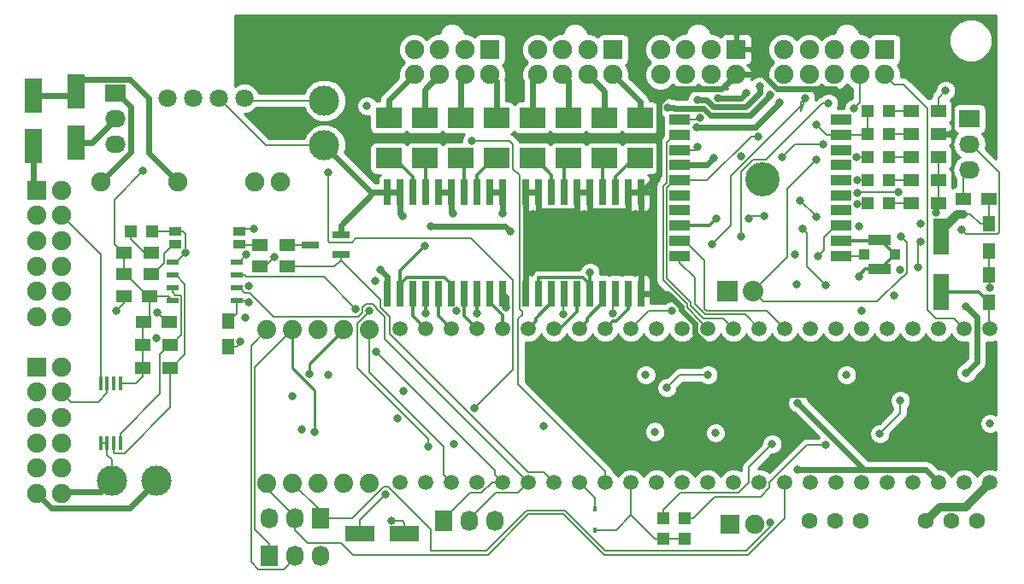
<source format=gtl>
G04 #@! TF.FileFunction,Copper,L1,Top,Signal*
%FSLAX46Y46*%
G04 Gerber Fmt 4.6, Leading zero omitted, Abs format (unit mm)*
G04 Created by KiCad (PCBNEW 4.0.6) date 06/03/17 00:39:33*
%MOMM*%
%LPD*%
G01*
G04 APERTURE LIST*
%ADD10C,0.100000*%
%ADD11C,1.800000*%
%ADD12R,1.500000X1.300000*%
%ADD13C,3.401060*%
%ADD14R,1.998980X1.000760*%
%ADD15O,2.032000X2.032000*%
%ADD16R,2.032000X2.032000*%
%ADD17C,1.500000*%
%ADD18R,1.198880X1.198880*%
%ADD19C,1.600000*%
%ADD20R,2.999740X1.600200*%
%ADD21R,1.600200X3.599180*%
%ADD22R,1.500000X1.250000*%
%ADD23R,1.250000X1.500000*%
%ADD24R,0.450000X0.590000*%
%ADD25R,2.500000X2.000000*%
%ADD26O,1.727200X2.032000*%
%ADD27R,1.727200X2.032000*%
%ADD28O,2.032000X1.727200*%
%ADD29R,2.032000X1.727200*%
%ADD30R,1.800860X0.800100*%
%ADD31R,1.300000X1.500000*%
%ADD32R,0.650000X2.500000*%
%ADD33C,1.879600*%
%ADD34R,1.051560X1.000760*%
%ADD35R,1.000760X1.000760*%
%ADD36R,2.199640X1.099820*%
%ADD37R,1.143000X0.508000*%
%ADD38R,1.200000X0.900000*%
%ADD39C,1.900000*%
%ADD40R,0.450000X1.450000*%
%ADD41R,1.800860X3.500120*%
%ADD42C,2.999740*%
%ADD43R,1.900000X1.900000*%
%ADD44C,0.800000*%
%ADD45C,0.203200*%
%ADD46C,0.304800*%
%ADD47C,0.609600*%
%ADD48C,0.812800*%
%ADD49C,0.254000*%
G04 APERTURE END LIST*
D10*
D11*
X55689500Y-81280000D03*
X58229500Y-81280000D03*
X60769500Y-81280000D03*
X63309500Y-81280000D03*
D12*
X55976500Y-105727500D03*
X53276500Y-105727500D03*
D13*
X114627660Y-89357200D03*
D14*
X122428000Y-84907120D03*
X122428000Y-86408260D03*
X122428000Y-87906860D03*
X122428000Y-89408000D03*
X122428000Y-90906600D03*
X122428000Y-92407740D03*
X122428000Y-93906340D03*
X122428000Y-95407480D03*
X122428000Y-96906080D03*
X122428000Y-83408520D03*
X106426000Y-96906080D03*
X106426000Y-95407480D03*
X106426000Y-93906340D03*
X106426000Y-92407740D03*
X106426000Y-90906600D03*
X106426000Y-89408000D03*
X106426000Y-87906860D03*
X106426000Y-86408260D03*
X106426000Y-84907120D03*
X106426000Y-83408520D03*
D15*
X113665000Y-100457000D03*
D16*
X111125000Y-100457000D03*
D17*
X78740000Y-104140000D03*
X78740000Y-119380000D03*
X81280000Y-104140000D03*
X81280000Y-119380000D03*
X83820000Y-104140000D03*
X83820000Y-119380000D03*
X86360000Y-104140000D03*
X86360000Y-119380000D03*
X88900000Y-104140000D03*
X88900000Y-119380000D03*
X91440000Y-104140000D03*
X91440000Y-119380000D03*
X93980000Y-104140000D03*
X93980000Y-119380000D03*
X96520000Y-104140000D03*
X96520000Y-119380000D03*
X99060000Y-104140000D03*
X99060000Y-119380000D03*
X101600000Y-104140000D03*
X101600000Y-119380000D03*
X104140000Y-104140000D03*
X104140000Y-119380000D03*
X106680000Y-104140000D03*
X106680000Y-119380000D03*
X109220000Y-104140000D03*
X109220000Y-119380000D03*
X111760000Y-104140000D03*
X111760000Y-119380000D03*
X114300000Y-104140000D03*
X114300000Y-119380000D03*
X116840000Y-104140000D03*
X116840000Y-119380000D03*
X119380000Y-104140000D03*
X119380000Y-119380000D03*
X121920000Y-104140000D03*
X121920000Y-119380000D03*
X124460000Y-104140000D03*
X124460000Y-119380000D03*
X127000000Y-104140000D03*
X127000000Y-119380000D03*
X129540000Y-104140000D03*
X129540000Y-119380000D03*
X132080000Y-104140000D03*
X132080000Y-119380000D03*
X134620000Y-104140000D03*
X134620000Y-119380000D03*
X137160000Y-104140000D03*
X137160000Y-119380000D03*
D18*
X125061980Y-91694000D03*
X127160020Y-91694000D03*
D19*
X130810000Y-123190000D03*
X133350000Y-123190000D03*
X135890000Y-123190000D03*
D20*
X79161640Y-124460000D03*
X74762360Y-124460000D03*
D21*
X132334000Y-100540820D03*
X132334000Y-95039180D03*
D22*
X134533000Y-91313000D03*
X137033000Y-91313000D03*
D23*
X61722000Y-105918000D03*
X61722000Y-103418000D03*
D22*
X55860000Y-103441500D03*
X53360000Y-103441500D03*
X51391500Y-100965000D03*
X53891500Y-100965000D03*
D24*
X98044000Y-124118000D03*
X98044000Y-122008000D03*
D18*
X106934000Y-125001020D03*
X106934000Y-122902980D03*
X104775000Y-125001020D03*
X104775000Y-122902980D03*
X125061980Y-84836000D03*
X127160020Y-84836000D03*
X125061980Y-82550000D03*
X127160020Y-82550000D03*
X125061980Y-87122000D03*
X127160020Y-87122000D03*
X125061980Y-89408000D03*
X127160020Y-89408000D03*
X54165500Y-94488000D03*
X52067460Y-94488000D03*
D25*
X77597000Y-87217000D03*
X77597000Y-83217000D03*
X81153000Y-87217000D03*
X81153000Y-83217000D03*
X84709000Y-87217000D03*
X84709000Y-83217000D03*
X88265000Y-87217000D03*
X88265000Y-83217000D03*
X91821000Y-87217000D03*
X91821000Y-83217000D03*
X95377000Y-87217000D03*
X95377000Y-83217000D03*
X98933000Y-87217000D03*
X98933000Y-83217000D03*
X102489000Y-87217000D03*
X102489000Y-83217000D03*
D26*
X70866000Y-126682500D03*
X68326000Y-126682500D03*
D27*
X65786000Y-126682500D03*
D26*
X65786000Y-122936000D03*
X68326000Y-122936000D03*
D27*
X70866000Y-122936000D03*
D26*
X88138000Y-123190000D03*
X85598000Y-123190000D03*
D27*
X83058000Y-123190000D03*
D28*
X135128000Y-88392000D03*
X135128000Y-85852000D03*
D29*
X135128000Y-83312000D03*
D28*
X50546000Y-85852000D03*
X50546000Y-83312000D03*
D29*
X50546000Y-80772000D03*
D30*
X69850000Y-95821500D03*
X72852280Y-94871500D03*
X72852280Y-96771500D03*
D31*
X137033000Y-96426000D03*
X137033000Y-93726000D03*
X137033000Y-101506000D03*
X137033000Y-98806000D03*
D12*
X129333000Y-84836000D03*
X132033000Y-84836000D03*
X129333000Y-82550000D03*
X132033000Y-82550000D03*
X129333000Y-87122000D03*
X132033000Y-87122000D03*
X129333000Y-91694000D03*
X132033000Y-91694000D03*
X129333000Y-89408000D03*
X132033000Y-89408000D03*
X64880500Y-97980500D03*
X67580500Y-97980500D03*
X64880500Y-95821500D03*
X67580500Y-95821500D03*
X54118500Y-98742500D03*
X51418500Y-98742500D03*
X55976500Y-108013500D03*
X53276500Y-108013500D03*
X54118500Y-96647000D03*
X51418500Y-96647000D03*
D32*
X88900000Y-90631000D03*
X87630000Y-90631000D03*
X86360000Y-90631000D03*
X85090000Y-90631000D03*
X83820000Y-90631000D03*
X82550000Y-90631000D03*
X81280000Y-90631000D03*
X80010000Y-90631000D03*
X78740000Y-90631000D03*
X77470000Y-90631000D03*
X88900000Y-100631000D03*
X87630000Y-100631000D03*
X86360000Y-100631000D03*
X85090000Y-100631000D03*
X83820000Y-100631000D03*
X82550000Y-100631000D03*
X81280000Y-100631000D03*
X80010000Y-100631000D03*
X78740000Y-100631000D03*
X77470000Y-100631000D03*
X102610424Y-90631000D03*
X101340424Y-90631000D03*
X100070424Y-90631000D03*
X98800424Y-90631000D03*
X97530424Y-90631000D03*
X96260424Y-90631000D03*
X94990424Y-90631000D03*
X93720424Y-90631000D03*
X92450424Y-90631000D03*
X91180424Y-90631000D03*
X102610424Y-100631000D03*
X101340424Y-100631000D03*
X100070424Y-100631000D03*
X98800424Y-100631000D03*
X97530424Y-100631000D03*
X96260424Y-100631000D03*
X94990424Y-100631000D03*
X93720424Y-100631000D03*
X92450424Y-100631000D03*
X91180424Y-100631000D03*
D33*
X65551642Y-104203230D03*
X68091642Y-104203230D03*
X70631642Y-104203230D03*
X73171642Y-104203230D03*
X75711642Y-104203230D03*
X65551642Y-119443230D03*
X68091642Y-119443230D03*
X70631642Y-119443230D03*
X73171642Y-119443230D03*
X75711642Y-119443230D03*
D34*
X124714000Y-96774000D03*
D35*
X127716280Y-96774000D03*
D36*
X126215140Y-98224340D03*
X126215140Y-95323660D03*
D37*
X62547500Y-101346000D03*
X62547500Y-100076000D03*
X62547500Y-98806000D03*
X62547500Y-97536000D03*
X56197500Y-97536000D03*
X56197500Y-98806000D03*
X56197500Y-100076000D03*
X56197500Y-101346000D03*
D38*
X56426500Y-94523000D03*
X56426500Y-95793000D03*
X62826500Y-95793000D03*
X62826500Y-94523000D03*
D39*
X56705500Y-89598500D03*
X49085500Y-89598500D03*
X64325500Y-89598500D03*
X66865500Y-89598500D03*
D40*
X51013000Y-115472000D03*
X50363000Y-115472000D03*
X49713000Y-115472000D03*
X49063000Y-115472000D03*
X49063000Y-109572000D03*
X49713000Y-109572000D03*
X50363000Y-109572000D03*
X51013000Y-109572000D03*
D41*
X46672500Y-85643720D03*
X46672500Y-80645000D03*
X42418000Y-81066640D03*
X42418000Y-86065360D03*
D42*
X71218285Y-85962823D03*
X71218285Y-81517823D03*
X54610000Y-119253000D03*
X50165000Y-119253000D03*
D19*
X119253000Y-123190000D03*
X121793000Y-123190000D03*
X124333000Y-123190000D03*
D43*
X87630000Y-76454000D03*
D39*
X85130000Y-76454000D03*
X82630000Y-76454000D03*
X80130000Y-76454000D03*
X87630000Y-78954000D03*
X85130000Y-78954000D03*
X82630000Y-78954000D03*
X80130000Y-78954000D03*
D43*
X99822000Y-76454000D03*
D39*
X97322000Y-76454000D03*
X94822000Y-76454000D03*
X92322000Y-76454000D03*
X99822000Y-78954000D03*
X97322000Y-78954000D03*
X94822000Y-78954000D03*
X92322000Y-78954000D03*
D43*
X112014000Y-76454000D03*
D39*
X109514000Y-76454000D03*
X107014000Y-76454000D03*
X104514000Y-76454000D03*
X112014000Y-78954000D03*
X109514000Y-78954000D03*
X107014000Y-78954000D03*
X104514000Y-78954000D03*
D43*
X126746000Y-76454000D03*
D39*
X124246000Y-76454000D03*
X121746000Y-76454000D03*
X119246000Y-76454000D03*
X116746000Y-76454000D03*
X126746000Y-78954000D03*
X124246000Y-78954000D03*
X121746000Y-78954000D03*
X119246000Y-78954000D03*
X116746000Y-78954000D03*
D43*
X111399000Y-123501000D03*
D39*
X113899000Y-123501000D03*
D43*
X42712000Y-107950000D03*
D39*
X42712000Y-110450000D03*
X42712000Y-112950000D03*
X42712000Y-115450000D03*
X42712000Y-117950000D03*
X42712000Y-120450000D03*
X45212000Y-107950000D03*
X45212000Y-110450000D03*
X45212000Y-112950000D03*
X45212000Y-115450000D03*
X45212000Y-117950000D03*
X45212000Y-120450000D03*
D43*
X42712000Y-90424000D03*
D39*
X42712000Y-92924000D03*
X42712000Y-95424000D03*
X42712000Y-97924000D03*
X42712000Y-100424000D03*
X42712000Y-102924000D03*
X45212000Y-90424000D03*
X45212000Y-92924000D03*
X45212000Y-95424000D03*
X45212000Y-97924000D03*
X45212000Y-100424000D03*
X45212000Y-102924000D03*
D44*
X63376592Y-103039740D03*
X62871390Y-105421468D03*
X63696802Y-99872800D03*
X77914500Y-123234410D03*
X76263500Y-99377500D03*
X124206000Y-93980000D03*
X117856000Y-96774000D03*
X71628000Y-108712000D03*
X63505723Y-96815345D03*
X112477448Y-87077448D03*
X84074000Y-115570000D03*
X78486000Y-113030000D03*
X110064590Y-93207954D03*
X75438000Y-82042000D03*
X108204000Y-86106000D03*
X84328000Y-102362000D03*
X64262000Y-94234000D03*
X79038865Y-110340193D03*
X127635000Y-100838000D03*
X137160000Y-113538000D03*
X122936000Y-108712000D03*
X119925410Y-83883500D03*
X130324189Y-93732796D03*
X118046500Y-99777590D03*
X124158838Y-99015590D03*
X109972308Y-114480808D03*
X69024500Y-114173000D03*
X103949500Y-114363500D03*
X68072000Y-110807500D03*
X103060500Y-108712000D03*
X97536000Y-98552000D03*
X81216500Y-95948500D03*
X109766615Y-87221115D03*
X119920270Y-93010668D03*
X77295047Y-120605567D03*
X113284000Y-93218000D03*
X114808000Y-92964000D03*
X118364000Y-91440000D03*
X124005292Y-90678000D03*
X128062452Y-90602573D03*
X131826000Y-92661788D03*
X105664000Y-102362000D03*
X108461168Y-83214252D03*
X109220000Y-108712000D03*
X105156000Y-109982000D03*
X118110000Y-111506000D03*
X118110000Y-118110000D03*
X63746096Y-101492322D03*
X89249991Y-102029802D03*
X132764802Y-80518000D03*
X76812148Y-98298000D03*
X78949502Y-92964000D03*
X83948222Y-92710000D03*
X88900000Y-92710000D03*
X66294000Y-97028000D03*
X92964000Y-113792000D03*
X124460000Y-102362000D03*
X134810500Y-101917500D03*
X134810500Y-108521500D03*
X134493000Y-92837000D03*
X53276500Y-88519000D03*
X54632249Y-105069803D03*
X54673500Y-102531198D03*
X50609500Y-102362000D03*
X57492344Y-96584825D03*
X85852000Y-85512198D03*
X120904000Y-115674802D03*
X115570000Y-115570000D03*
X116586000Y-87122000D03*
X120650000Y-85852000D03*
X123962706Y-87126355D03*
X123995413Y-91800973D03*
X124005292Y-89408000D03*
X75692000Y-102362000D03*
X81534000Y-115824000D03*
X81788000Y-93980000D03*
X89662000Y-94488000D03*
X108143506Y-84139026D03*
X116332000Y-81729628D03*
X87503000Y-83693000D03*
X133350000Y-84836000D03*
X122428000Y-81026000D03*
X123634500Y-112141000D03*
X115409492Y-80985942D03*
X105231211Y-82200393D03*
X109652986Y-95765576D03*
X118872000Y-81280000D03*
X121158000Y-81788000D03*
X112522000Y-94996000D03*
X120904000Y-99822000D03*
X118618000Y-94234000D03*
X123698000Y-82296000D03*
X108184061Y-81412990D03*
X114329211Y-80101576D03*
X70231000Y-114427000D03*
X115421668Y-123375844D03*
X74333188Y-102168743D03*
X76391052Y-106453584D03*
X134327889Y-94286662D03*
X130302000Y-95504000D03*
X130048000Y-98044000D03*
X128270000Y-98298000D03*
X128333500Y-94996000D03*
X119925410Y-87376000D03*
X71628000Y-88646000D03*
X86106000Y-112014000D03*
X114183749Y-85067101D03*
X81280000Y-102616000D03*
X86360000Y-102616000D03*
X94932500Y-102679500D03*
X99822000Y-102616000D03*
X137160000Y-100076000D03*
X126238000Y-114554000D03*
X128270000Y-111252000D03*
X69723000Y-108648500D03*
X120166490Y-96949856D03*
X110184146Y-81269211D03*
X113030000Y-80772000D03*
D45*
X62871390Y-105596810D02*
X62871390Y-105421468D01*
X61722000Y-105918000D02*
X62550200Y-105918000D01*
X62550200Y-105918000D02*
X62871390Y-105596810D01*
X71218285Y-81517823D02*
X63547323Y-81517823D01*
X63547323Y-81517823D02*
X63309500Y-81280000D01*
X78939350Y-123234410D02*
X77914500Y-123234410D01*
X79161640Y-124460000D02*
X79161640Y-123456700D01*
X79161640Y-123456700D02*
X78939350Y-123234410D01*
X62547500Y-97536000D02*
X62785068Y-97536000D01*
X62785068Y-97536000D02*
X63505723Y-96815345D01*
D46*
X109366204Y-93906340D02*
X110064590Y-93207954D01*
X106426000Y-93906340D02*
X109366204Y-93906340D01*
D45*
X107901740Y-86408260D02*
X108204000Y-86106000D01*
X106426000Y-86408260D02*
X107901740Y-86408260D01*
X64262000Y-94234000D02*
X63115500Y-94234000D01*
X63115500Y-94234000D02*
X62826500Y-94523000D01*
X98044000Y-124118000D02*
X100110660Y-124118000D01*
X100110660Y-124118000D02*
X101600000Y-122628660D01*
X122428000Y-84907120D02*
X120949030Y-84907120D01*
X120949030Y-84907120D02*
X119925410Y-83883500D01*
D46*
X124810520Y-98224340D02*
X124158838Y-98876022D01*
X126215140Y-98224340D02*
X124810520Y-98224340D01*
X124158838Y-98876022D02*
X124158838Y-99015590D01*
X122428000Y-95407480D02*
X126131320Y-95407480D01*
D45*
X106934000Y-125001020D02*
X104775000Y-125001020D01*
X101600000Y-119380000D02*
X101600000Y-122628660D01*
X101600000Y-122628660D02*
X103972360Y-125001020D01*
X103972360Y-125001020D02*
X104775000Y-125001020D01*
X79161640Y-124526040D02*
X79161640Y-124460000D01*
D46*
X97530424Y-100631000D02*
X97530424Y-98557576D01*
X97530424Y-98557576D02*
X97536000Y-98552000D01*
X92450424Y-100631000D02*
X92450424Y-99076200D01*
X92450424Y-99076200D02*
X92475825Y-99050799D01*
X92475825Y-99050799D02*
X96875223Y-99050799D01*
X96875223Y-99050799D02*
X97530424Y-99706000D01*
X97530424Y-99706000D02*
X97530424Y-100631000D01*
X83820000Y-100631000D02*
X83820000Y-99706000D01*
X83820000Y-99706000D02*
X83164799Y-99050799D01*
X83164799Y-99050799D02*
X79395201Y-99050799D01*
X79395201Y-99050799D02*
X78740000Y-99706000D01*
X78740000Y-99706000D02*
X78740000Y-100631000D01*
X81216500Y-95948500D02*
X78740000Y-98425000D01*
X78740000Y-98425000D02*
X78740000Y-100631000D01*
X126131320Y-95407480D02*
X126215140Y-95323660D01*
X126215140Y-98224340D02*
X126265940Y-98224340D01*
X126265940Y-98224340D02*
X127716280Y-96774000D01*
X126215140Y-95323660D02*
X126265940Y-95323660D01*
X126265940Y-95323660D02*
X127716280Y-96774000D01*
X132334000Y-100540820D02*
X136067820Y-100540820D01*
X136067820Y-100540820D02*
X137033000Y-101506000D01*
D45*
X137033000Y-101506000D02*
X137033000Y-104013000D01*
X137033000Y-104013000D02*
X137160000Y-104140000D01*
X134533000Y-91313000D02*
X134533000Y-88987000D01*
X134533000Y-88987000D02*
X135128000Y-88392000D01*
X125061980Y-84836000D02*
X125061980Y-82550000D01*
X122428000Y-84907120D02*
X124990860Y-84907120D01*
X124990860Y-84907120D02*
X125061980Y-84836000D01*
D47*
X109080870Y-87906860D02*
X109766615Y-87221115D01*
X106426000Y-87906860D02*
X109080870Y-87906860D01*
D45*
X119920270Y-92996270D02*
X119920270Y-93010668D01*
X118364000Y-91440000D02*
X119920270Y-92996270D01*
X74762360Y-123133008D02*
X77289801Y-120605567D01*
X77289801Y-120605567D02*
X77295047Y-120605567D01*
X74762360Y-124460000D02*
X74762360Y-123133008D01*
X114808000Y-92964000D02*
X113538000Y-92964000D01*
X113538000Y-92964000D02*
X113284000Y-93218000D01*
X128062452Y-90602573D02*
X124080719Y-90602573D01*
X124080719Y-90602573D02*
X124005292Y-90678000D01*
X132033000Y-91694000D02*
X132033000Y-92454788D01*
X132033000Y-92454788D02*
X131826000Y-92661788D01*
X101600000Y-104140000D02*
X103378000Y-102362000D01*
X103378000Y-102362000D02*
X105664000Y-102362000D01*
X108266900Y-83408520D02*
X108461168Y-83214252D01*
X106426000Y-83408520D02*
X108266900Y-83408520D01*
X105156000Y-109982000D02*
X106426000Y-108712000D01*
X106426000Y-108712000D02*
X109220000Y-108712000D01*
D47*
X118110000Y-118110000D02*
X124714000Y-118110000D01*
X124714000Y-118110000D02*
X130810000Y-118110000D01*
X118110000Y-111506000D02*
X124714000Y-118110000D01*
X130810000Y-118110000D02*
X132080000Y-119380000D01*
D45*
X132033000Y-89408000D02*
X132033000Y-91694000D01*
X132033000Y-87122000D02*
X132033000Y-89408000D01*
X63599774Y-101346000D02*
X63746096Y-101492322D01*
X62547500Y-101346000D02*
X63599774Y-101346000D01*
X71218285Y-85962823D02*
X65452323Y-85962823D01*
X65452323Y-85962823D02*
X60769500Y-81280000D01*
D47*
X89249991Y-100980991D02*
X89249991Y-102029802D01*
X88900000Y-100631000D02*
X89249991Y-100980991D01*
D45*
X132033000Y-81249802D02*
X132764802Y-80518000D01*
X132033000Y-82550000D02*
X132033000Y-81249802D01*
D47*
X77470000Y-100631000D02*
X77470000Y-98955852D01*
X77470000Y-98955852D02*
X76812148Y-98298000D01*
X78740000Y-90631000D02*
X78740000Y-92754498D01*
X78740000Y-92754498D02*
X78949502Y-92964000D01*
X83820000Y-90631000D02*
X83820000Y-92581778D01*
X83820000Y-92581778D02*
X83948222Y-92710000D01*
X88900000Y-90631000D02*
X88900000Y-92710000D01*
X87630000Y-90631000D02*
X88900000Y-90631000D01*
X82550000Y-90631000D02*
X83820000Y-90631000D01*
X77470000Y-90631000D02*
X78740000Y-90631000D01*
X72852280Y-94871500D02*
X72852280Y-93861850D01*
X72852280Y-93861850D02*
X75886462Y-90827668D01*
X75886462Y-90827668D02*
X75886462Y-90631000D01*
X71218285Y-85962823D02*
X75886462Y-90631000D01*
X75886462Y-90631000D02*
X77470000Y-90631000D01*
D45*
X62547500Y-101346000D02*
X62547500Y-102592500D01*
X62547500Y-102592500D02*
X61722000Y-103418000D01*
X64880500Y-97980500D02*
X65341500Y-97980500D01*
X65341500Y-97980500D02*
X66294000Y-97028000D01*
D48*
X130810000Y-123190000D02*
X132194201Y-121805799D01*
X134734201Y-121805799D02*
X137160000Y-119380000D01*
X132194201Y-121805799D02*
X134734201Y-121805799D01*
D45*
X136179800Y-93726000D02*
X135226600Y-92772800D01*
D48*
X132334000Y-94430315D02*
X132334000Y-95039180D01*
D45*
X133600890Y-92772800D02*
X132334000Y-94039690D01*
X132334000Y-94039690D02*
X132334000Y-95039180D01*
X135226600Y-92772800D02*
X133600890Y-92772800D01*
D48*
X133927315Y-92837000D02*
X132334000Y-94430315D01*
D45*
X137033000Y-93726000D02*
X136179800Y-93726000D01*
D48*
X134493000Y-92837000D02*
X133927315Y-92837000D01*
D47*
X134810500Y-108521500D02*
X135852601Y-107479399D01*
X135852601Y-107479399D02*
X135852601Y-102959601D01*
X135852601Y-102959601D02*
X134810500Y-101917500D01*
D45*
X137033000Y-93726000D02*
X137033000Y-91313000D01*
X51013000Y-109572000D02*
X52571200Y-109572000D01*
X52571200Y-109572000D02*
X53276500Y-108866700D01*
X53276500Y-108866700D02*
X53276500Y-108013500D01*
X53276500Y-105727500D02*
X53276500Y-103525000D01*
X53276500Y-103525000D02*
X53360000Y-103441500D01*
X53276500Y-108013500D02*
X53276500Y-105727500D01*
X51418500Y-96647000D02*
X51318500Y-96647000D01*
X51318500Y-96647000D02*
X50465300Y-95793800D01*
X50465300Y-95793800D02*
X50465300Y-91330200D01*
X50465300Y-91330200D02*
X53276500Y-88519000D01*
X53891500Y-100965000D02*
X53891500Y-102910000D01*
X53891500Y-102910000D02*
X53360000Y-103441500D01*
X53891500Y-100965000D02*
X55816500Y-100965000D01*
X55816500Y-100965000D02*
X56197500Y-101346000D01*
X51418500Y-98742500D02*
X51544000Y-98742500D01*
X51544000Y-98742500D02*
X53766500Y-100965000D01*
X53766500Y-100965000D02*
X53891500Y-100965000D01*
X51418500Y-96647000D02*
X51418500Y-98742500D01*
X55860000Y-103441500D02*
X55583802Y-103441500D01*
X55583802Y-103441500D02*
X54673500Y-102531198D01*
X51391500Y-100965000D02*
X51391500Y-101580000D01*
X51391500Y-101580000D02*
X50609500Y-102362000D01*
X49063000Y-115472000D02*
X49713000Y-115472000D01*
X50165000Y-119253000D02*
X50165000Y-117131864D01*
X50165000Y-117131864D02*
X49713000Y-116679864D01*
X49713000Y-116679864D02*
X49713000Y-115472000D01*
X56426500Y-94523000D02*
X54200500Y-94523000D01*
X54200500Y-94523000D02*
X54165500Y-94488000D01*
X57492344Y-96584825D02*
X57492344Y-94785644D01*
X57492344Y-94785644D02*
X57229700Y-94523000D01*
X57229700Y-94523000D02*
X56426500Y-94523000D01*
X56197500Y-97536000D02*
X56541169Y-97536000D01*
X56541169Y-97536000D02*
X57492344Y-96584825D01*
D47*
X45085000Y-120299500D02*
X49118500Y-120299500D01*
X49118500Y-120299500D02*
X50165000Y-119253000D01*
D45*
X90551009Y-102204179D02*
X90551009Y-88928531D01*
X90410599Y-103168231D02*
X90805009Y-102773821D01*
X90410599Y-109669939D02*
X90410599Y-103168231D01*
X99060000Y-119380000D02*
X99060000Y-118319340D01*
X99060000Y-118319340D02*
X90410599Y-109669939D01*
X90805009Y-102458179D02*
X90551009Y-102204179D01*
X90805009Y-102773821D02*
X90805009Y-102458179D01*
X89541720Y-85512198D02*
X85852000Y-85512198D01*
X90551009Y-88928531D02*
X89921401Y-88298923D01*
X89921401Y-88298923D02*
X89921401Y-85891879D01*
X89921401Y-85891879D02*
X89541720Y-85512198D01*
X119021684Y-115674802D02*
X120904000Y-115674802D01*
X115329401Y-119367085D02*
X119021684Y-115674802D01*
X114413102Y-120790412D02*
X115329401Y-119874113D01*
X109849208Y-120790412D02*
X114413102Y-120790412D01*
X115329401Y-119874113D02*
X115329401Y-119367085D01*
X106934000Y-122902980D02*
X107736640Y-122902980D01*
X107736640Y-122902980D02*
X109849208Y-120790412D01*
X113270599Y-117869401D02*
X115570000Y-115570000D01*
X113270599Y-119393401D02*
X113270599Y-117869401D01*
X106465939Y-120409401D02*
X112254599Y-120409401D01*
X104775000Y-122902980D02*
X104775000Y-122100340D01*
X112254599Y-120409401D02*
X113270599Y-119393401D01*
X104775000Y-122100340D02*
X106465939Y-120409401D01*
X127160020Y-84836000D02*
X129333000Y-84836000D01*
X129333000Y-82550000D02*
X127160020Y-82550000D01*
X129333000Y-87122000D02*
X127160020Y-87122000D01*
X120650000Y-85852000D02*
X117856000Y-85852000D01*
X117856000Y-85852000D02*
X116586000Y-87122000D01*
X125061980Y-87122000D02*
X123967061Y-87122000D01*
X123967061Y-87122000D02*
X123962706Y-87126355D01*
X123995413Y-91800973D02*
X124955007Y-91800973D01*
X124955007Y-91800973D02*
X125061980Y-91694000D01*
X127160020Y-91694000D02*
X129333000Y-91694000D01*
X129333000Y-89408000D02*
X127160020Y-89408000D01*
X124005292Y-89408000D02*
X125061980Y-89408000D01*
X75692000Y-102418454D02*
X75692000Y-102362000D01*
X74492441Y-103618013D02*
X75692000Y-102418454D01*
X74492441Y-108030927D02*
X74492441Y-103618013D01*
X81534000Y-115072486D02*
X74492441Y-108030927D01*
X81534000Y-115824000D02*
X81534000Y-115072486D01*
D47*
X113922602Y-84139026D02*
X108143506Y-84139026D01*
X116332000Y-81729628D02*
X113922602Y-84139026D01*
X89662000Y-94488000D02*
X89154000Y-93980000D01*
X89154000Y-93980000D02*
X81788000Y-93980000D01*
X42418000Y-81066640D02*
X46250860Y-81066640D01*
X46250860Y-81066640D02*
X46672500Y-80645000D01*
X46672500Y-80645000D02*
X46672500Y-79795370D01*
X46672500Y-79795370D02*
X47042071Y-79425799D01*
X47042071Y-79425799D02*
X51948081Y-79425799D01*
X51948081Y-79425799D02*
X53798899Y-81276617D01*
X53798899Y-81276617D02*
X53798899Y-86691899D01*
X53798899Y-86691899D02*
X56705500Y-89598500D01*
X46631860Y-80685640D02*
X46672500Y-80645000D01*
X46672500Y-85643720D02*
X48214280Y-85643720D01*
X48214280Y-85643720D02*
X50546000Y-83312000D01*
X42418000Y-86065360D02*
X42418000Y-90130000D01*
X42418000Y-90130000D02*
X42712000Y-90424000D01*
X42712000Y-120450000D02*
X44144601Y-121882601D01*
X44144601Y-121882601D02*
X51980399Y-121882601D01*
X51980399Y-121882601D02*
X54610000Y-119253000D01*
X42712000Y-86041860D02*
X42354500Y-85684360D01*
D45*
X52067460Y-94488000D02*
X52067460Y-95290640D01*
X52067460Y-95290640D02*
X53423820Y-96647000D01*
X53423820Y-96647000D02*
X54118500Y-96647000D01*
D47*
X77597000Y-83217000D02*
X77597000Y-81487000D01*
X77597000Y-81487000D02*
X80130000Y-78954000D01*
D46*
X80010000Y-90631000D02*
X80010000Y-89076200D01*
X80010000Y-89076200D02*
X78150800Y-87217000D01*
X78150800Y-87217000D02*
X77597000Y-87217000D01*
X81280000Y-90631000D02*
X81280000Y-87344000D01*
X81280000Y-87344000D02*
X81153000Y-87217000D01*
D47*
X81153000Y-83217000D02*
X81153000Y-80431000D01*
X81153000Y-80431000D02*
X82630000Y-78954000D01*
X84709000Y-83217000D02*
X84709000Y-79375000D01*
X84709000Y-79375000D02*
X85130000Y-78954000D01*
D46*
X85090000Y-90631000D02*
X85090000Y-87598000D01*
X85090000Y-87598000D02*
X84709000Y-87217000D01*
X86360000Y-90631000D02*
X86360000Y-88872000D01*
X86360000Y-88872000D02*
X88015000Y-87217000D01*
X88015000Y-87217000D02*
X88265000Y-87217000D01*
D47*
X88265000Y-83217000D02*
X88265000Y-79589000D01*
X88265000Y-79589000D02*
X87630000Y-78954000D01*
X91821000Y-83217000D02*
X91821000Y-79455000D01*
X91821000Y-79455000D02*
X92322000Y-78954000D01*
D46*
X93720424Y-90631000D02*
X93720424Y-88866424D01*
X93720424Y-88866424D02*
X92071000Y-87217000D01*
X92071000Y-87217000D02*
X91821000Y-87217000D01*
X94990424Y-90631000D02*
X94990424Y-87603576D01*
X94990424Y-87603576D02*
X95377000Y-87217000D01*
D47*
X95377000Y-83217000D02*
X95377000Y-79509000D01*
X95377000Y-79509000D02*
X94822000Y-78954000D01*
X98933000Y-83217000D02*
X98933000Y-80565000D01*
X98933000Y-80565000D02*
X97322000Y-78954000D01*
D46*
X98800424Y-90631000D02*
X98800424Y-87349576D01*
X98800424Y-87349576D02*
X98933000Y-87217000D01*
X100070424Y-90631000D02*
X100070424Y-89076200D01*
X101929624Y-87217000D02*
X102489000Y-87217000D01*
X100070424Y-89076200D02*
X101929624Y-87217000D01*
D47*
X102489000Y-83217000D02*
X102489000Y-81621000D01*
X102489000Y-81621000D02*
X99822000Y-78954000D01*
X91180424Y-100631000D02*
X91180424Y-90631000D01*
X107912601Y-103624290D02*
X107912601Y-104588565D01*
X107912601Y-104588565D02*
X113947435Y-110623399D01*
X122116899Y-110623399D02*
X123634500Y-112141000D01*
X105239252Y-100631000D02*
X106546602Y-101938350D01*
X113947435Y-110623399D02*
X122116899Y-110623399D01*
X106546602Y-102258291D02*
X107912601Y-103624290D01*
X106546602Y-101938350D02*
X106546602Y-102258291D01*
X102610424Y-100631000D02*
X105239252Y-100631000D01*
X133350000Y-84836000D02*
X132033000Y-84836000D01*
X105792203Y-80386601D02*
X110581399Y-80386601D01*
X104348601Y-81830203D02*
X105792203Y-80386601D01*
X104348601Y-88892823D02*
X104348601Y-81830203D01*
X110581399Y-80386601D02*
X112014000Y-78954000D01*
X102610424Y-90631000D02*
X104348601Y-88892823D01*
X116058351Y-80386601D02*
X121788601Y-80386601D01*
X114625750Y-78954000D02*
X116058351Y-80386601D01*
X121788601Y-80386601D02*
X122428000Y-81026000D01*
X112014000Y-78954000D02*
X114625750Y-78954000D01*
X92450424Y-90631000D02*
X91180424Y-90631000D01*
X97530424Y-90631000D02*
X96260424Y-90631000D01*
X96260424Y-90631000D02*
X96260423Y-92490601D01*
X96260423Y-92490601D02*
X92450424Y-92490600D01*
X92450424Y-92490600D02*
X92450424Y-90631000D01*
X97530424Y-90631000D02*
X97530425Y-92490601D01*
X97530425Y-92490601D02*
X101340424Y-92490600D01*
X101340424Y-92490600D02*
X101340424Y-90631000D01*
X102610424Y-90631000D02*
X101340424Y-90631000D01*
X102610424Y-100631000D02*
X102610424Y-90631000D01*
X113456210Y-82939224D02*
X115409492Y-80985942D01*
X109434340Y-82939224D02*
X113456210Y-82939224D01*
X108799329Y-82304213D02*
X109434340Y-82939224D01*
X105796896Y-82200393D02*
X105900716Y-82304213D01*
X105900716Y-82304213D02*
X108799329Y-82304213D01*
X105231211Y-82200393D02*
X105796896Y-82200393D01*
D45*
X111506000Y-93912562D02*
X109652986Y-95765576D01*
X111506000Y-89009731D02*
X111506000Y-93912562D01*
X118472001Y-82043730D02*
X111506000Y-89009731D01*
X118472001Y-81679999D02*
X118472001Y-82043730D01*
X118472001Y-81679999D02*
X118472001Y-82582560D01*
X118872000Y-81280000D02*
X118472001Y-81679999D01*
X118472001Y-82582560D02*
X118872000Y-81280000D01*
X113677292Y-87377269D02*
X115003046Y-87377269D01*
X120592315Y-81788000D02*
X121158000Y-81788000D01*
X115003046Y-87377269D02*
X120592315Y-81788000D01*
X112522000Y-88532561D02*
X113677292Y-87377269D01*
X112522000Y-94996000D02*
X112522000Y-88532561D01*
X118618000Y-94234000D02*
X119017999Y-94633999D01*
X119017999Y-97935999D02*
X120904000Y-99822000D01*
X119017999Y-94633999D02*
X119017999Y-97935999D01*
X124246000Y-78954000D02*
X124246000Y-81748000D01*
X124246000Y-81748000D02*
X123698000Y-82296000D01*
D47*
X109021673Y-81412990D02*
X108184061Y-81412990D01*
X109760496Y-82151813D02*
X109021673Y-81412990D01*
X112956437Y-82151813D02*
X109760496Y-82151813D01*
X114329211Y-80779039D02*
X112956437Y-82151813D01*
X114329211Y-80101576D02*
X114329211Y-80779039D01*
D45*
X131801167Y-103110599D02*
X133590599Y-103110599D01*
X131003599Y-82317677D02*
X131003599Y-102313031D01*
X126746000Y-78954000D02*
X127695999Y-79903999D01*
X131003599Y-102313031D02*
X131801167Y-103110599D01*
X133590599Y-103110599D02*
X134620000Y-104140000D01*
X128589921Y-79903999D02*
X131003599Y-82317677D01*
X127695999Y-79903999D02*
X128589921Y-79903999D01*
X64332441Y-124009741D02*
X64332441Y-107962431D01*
X65786000Y-125463300D02*
X64332441Y-124009741D01*
X64332441Y-107962431D02*
X68091642Y-104203230D01*
X65786000Y-126682500D02*
X65786000Y-125463300D01*
D49*
X68091642Y-104203230D02*
X68091642Y-108060250D01*
X68091642Y-108060250D02*
X70231000Y-110199608D01*
X70231000Y-110199608D02*
X70231000Y-114427000D01*
D45*
X64698879Y-127977901D02*
X63951430Y-127230452D01*
X68326000Y-126834900D02*
X67182999Y-127977901D01*
X68326000Y-126682500D02*
X68326000Y-126834900D01*
X67182999Y-127977901D02*
X64698879Y-127977901D01*
X63951430Y-105803442D02*
X65551642Y-104203230D01*
X63951430Y-127230452D02*
X63951430Y-105803442D01*
X113045025Y-126174489D02*
X115421668Y-123797846D01*
X95077067Y-122173989D02*
X99077567Y-126174489D01*
X91282181Y-122173989D02*
X95077067Y-122173989D01*
X87281681Y-126174489D02*
X91282181Y-122173989D01*
X73953854Y-122936000D02*
X77090687Y-119799167D01*
X81762590Y-126174489D02*
X87281681Y-126174489D01*
X115421668Y-123797846D02*
X115421668Y-123375844D01*
X81762590Y-124022531D02*
X81762590Y-126174489D01*
X77539226Y-119799167D02*
X81762590Y-124022531D01*
X70866000Y-122936000D02*
X73953854Y-122936000D01*
X77090687Y-119799167D02*
X77539226Y-119799167D01*
X99077567Y-126174489D02*
X113045025Y-126174489D01*
X68091642Y-119443230D02*
X70866000Y-122217588D01*
X70866000Y-122217588D02*
X70866000Y-122936000D01*
X91440000Y-122555000D02*
X87439500Y-126555500D01*
X87439500Y-126555500D02*
X74054968Y-126555500D01*
X94919248Y-122555000D02*
X91440000Y-122555000D01*
X113202844Y-126555500D02*
X98919748Y-126555500D01*
X98919748Y-126555500D02*
X94919248Y-122555000D01*
X113202844Y-126555500D02*
X116840000Y-122918344D01*
X116840000Y-122918344D02*
X116840000Y-119380000D01*
X69557890Y-125387090D02*
X72886558Y-125387090D01*
X68326000Y-122936000D02*
X68326000Y-124155200D01*
X68326000Y-124155200D02*
X69557890Y-125387090D01*
X72886558Y-125387090D02*
X74054968Y-126555500D01*
X68326000Y-122936000D02*
X68326000Y-122783600D01*
X68326000Y-122783600D02*
X65551642Y-120009242D01*
X65551642Y-120009242D02*
X65551642Y-119443230D01*
X77206277Y-105146277D02*
X91440000Y-119380000D01*
X77206277Y-102984029D02*
X77206277Y-105146277D01*
X76018114Y-101682598D02*
X76371402Y-102035886D01*
X66230229Y-102984029D02*
X74587595Y-102984029D01*
X76371402Y-102035886D02*
X76371402Y-102149154D01*
X75365886Y-101682598D02*
X76018114Y-101682598D01*
X75012598Y-102559026D02*
X75012598Y-102035886D01*
X63798401Y-100552201D02*
X66230229Y-102984029D01*
X74587595Y-102984029D02*
X75012598Y-102559026D01*
X62865000Y-100076000D02*
X63341201Y-100552201D01*
X62547500Y-100076000D02*
X62865000Y-100076000D01*
X63341201Y-100552201D02*
X63798401Y-100552201D01*
X76371402Y-102149154D02*
X77206277Y-102984029D01*
X75012598Y-102035886D02*
X75365886Y-101682598D01*
X90410599Y-120409401D02*
X91440000Y-119380000D01*
X85598000Y-123190000D02*
X85598000Y-123037600D01*
X85598000Y-123037600D02*
X88226199Y-120409401D01*
X88226199Y-120409401D02*
X90410599Y-120409401D01*
X63509921Y-98993721D02*
X71158166Y-98993721D01*
X71158166Y-98993721D02*
X74333188Y-102168743D01*
X63322200Y-98806000D02*
X63509921Y-98993721D01*
X62547500Y-98806000D02*
X63322200Y-98806000D01*
X87839340Y-119380000D02*
X88900000Y-119380000D01*
X86809939Y-120409401D02*
X87839340Y-119380000D01*
X83058000Y-123037600D02*
X85686199Y-120409401D01*
X83058000Y-123190000D02*
X83058000Y-123037600D01*
X85686199Y-120409401D02*
X86809939Y-120409401D01*
X88150001Y-118212533D02*
X76391052Y-106453584D01*
X88150001Y-118630001D02*
X88150001Y-118212533D01*
X88900000Y-119380000D02*
X88150001Y-118630001D01*
X134806855Y-94765628D02*
X134327889Y-94286662D01*
X138062401Y-94599521D02*
X137896294Y-94765628D01*
X138062401Y-88634001D02*
X138062401Y-94599521D01*
X135128000Y-85852000D02*
X135280400Y-85852000D01*
X135280400Y-85852000D02*
X138062401Y-88634001D01*
X137896294Y-94765628D02*
X134806855Y-94765628D01*
X130048000Y-98044000D02*
X130048000Y-95758000D01*
X130048000Y-95758000D02*
X130302000Y-95504000D01*
D47*
X50546000Y-80772000D02*
X50698400Y-80772000D01*
X50698400Y-80772000D02*
X52044610Y-82118210D01*
X52044610Y-86639390D02*
X49085500Y-89598500D01*
X52044610Y-82118210D02*
X52044610Y-86639390D01*
D45*
X45212000Y-110450000D02*
X46161999Y-111399999D01*
X46161999Y-111399999D02*
X48813201Y-111399999D01*
X48813201Y-111399999D02*
X49713000Y-110500200D01*
X49713000Y-110500200D02*
X49713000Y-109572000D01*
X49063000Y-109572000D02*
X49063000Y-96775000D01*
X49063000Y-96775000D02*
X45212000Y-92924000D01*
X117049588Y-90251822D02*
X119925410Y-87376000D01*
X113665000Y-100457000D02*
X117049588Y-97072412D01*
X117049588Y-97072412D02*
X117049588Y-90251822D01*
X128949401Y-95611901D02*
X128333500Y-94996000D01*
X125970975Y-101472999D02*
X128466573Y-98977401D01*
X128596113Y-98977401D02*
X128949401Y-98624113D01*
X113665000Y-100457000D02*
X114680999Y-101472999D01*
X128949401Y-98624113D02*
X128949401Y-95611901D01*
X114680999Y-101472999D02*
X125970975Y-101472999D01*
X128466573Y-98977401D02*
X128596113Y-98977401D01*
X89929401Y-99327401D02*
X85768043Y-95166043D01*
X85768043Y-95166043D02*
X74361139Y-95166043D01*
X74361139Y-95166043D02*
X73976231Y-95550951D01*
X73976231Y-95550951D02*
X71728329Y-95550951D01*
X71728329Y-95550951D02*
X71628000Y-95450622D01*
X71628000Y-95450622D02*
X71628000Y-88646000D01*
X89929401Y-108190599D02*
X89929401Y-99327401D01*
X86106000Y-112014000D02*
X89929401Y-108190599D01*
X113482285Y-85067101D02*
X114183749Y-85067101D01*
X106426000Y-89408000D02*
X109141386Y-89408000D01*
X109141386Y-89408000D02*
X113482285Y-85067101D01*
X107511824Y-101538543D02*
X105147109Y-99173828D01*
X110730599Y-103110599D02*
X108763939Y-103110599D01*
X105147109Y-99173828D02*
X105147109Y-90187783D01*
X105147109Y-90187783D02*
X105926890Y-89408000D01*
X111760000Y-104140000D02*
X110730599Y-103110599D01*
X107511824Y-101858483D02*
X107511824Y-101538543D01*
X108763939Y-103110599D02*
X107511824Y-101858483D01*
X105926890Y-89408000D02*
X106426000Y-89408000D01*
X92950599Y-118350599D02*
X93980000Y-119380000D01*
X77710599Y-104634113D02*
X91427085Y-118350599D01*
X76752413Y-101991335D02*
X77710599Y-102949521D01*
X76752413Y-101274883D02*
X76752413Y-101991335D01*
X77710599Y-102949521D02*
X77710599Y-104634113D01*
X72852280Y-97374750D02*
X76752413Y-101274883D01*
X91427085Y-118350599D02*
X92950599Y-118350599D01*
X72852280Y-96771500D02*
X72852280Y-97374750D01*
X67580500Y-97980500D02*
X72246530Y-97980500D01*
X72246530Y-97980500D02*
X72852280Y-97374750D01*
X67580500Y-95821500D02*
X69850000Y-95821500D01*
D46*
X81280000Y-102616000D02*
X81280000Y-100631000D01*
X86360000Y-102616000D02*
X86360000Y-100631000D01*
X81280000Y-104140000D02*
X80010000Y-102870000D01*
X80010000Y-102870000D02*
X80010000Y-100631000D01*
X82550000Y-102870000D02*
X82550000Y-100631000D01*
X83820000Y-104140000D02*
X82550000Y-102870000D01*
X86360000Y-104140000D02*
X85090000Y-102870000D01*
X85090000Y-102870000D02*
X85090000Y-100631000D01*
X88900000Y-104140000D02*
X88900000Y-102826000D01*
X88900000Y-102826000D02*
X87630000Y-101556000D01*
X87630000Y-101556000D02*
X87630000Y-100631000D01*
D45*
X94932500Y-102679500D02*
X94932500Y-100688924D01*
X94932500Y-100688924D02*
X94990424Y-100631000D01*
X99822000Y-102616000D02*
X99822000Y-100879424D01*
X99822000Y-100879424D02*
X100070424Y-100631000D01*
D46*
X93726000Y-100636576D02*
X93720424Y-100631000D01*
X91440000Y-104140000D02*
X92189999Y-103390001D01*
X92189999Y-103390001D02*
X92189999Y-103086425D01*
X92189999Y-103086425D02*
X93720424Y-101556000D01*
X93720424Y-101556000D02*
X93720424Y-100631000D01*
X96260424Y-102432274D02*
X96260424Y-100631000D01*
X94552698Y-104140000D02*
X96260424Y-102432274D01*
X93980000Y-104140000D02*
X94552698Y-104140000D01*
X96520000Y-104140000D02*
X97269999Y-103390001D01*
X97269999Y-103390001D02*
X97269999Y-103086425D01*
X97269999Y-103086425D02*
X98800424Y-101556000D01*
X98800424Y-101556000D02*
X98800424Y-100631000D01*
X101340424Y-102185800D02*
X101340424Y-100631000D01*
X100136223Y-103390001D02*
X101340424Y-102185800D01*
X99809999Y-103390001D02*
X100136223Y-103390001D01*
X99060000Y-104140000D02*
X99809999Y-103390001D01*
D45*
X137160000Y-100076000D02*
X137160000Y-98933000D01*
X137160000Y-98933000D02*
X137033000Y-98806000D01*
X137033000Y-96426000D02*
X137033000Y-98806000D01*
X128270000Y-111252000D02*
X128270000Y-112522000D01*
X128270000Y-112522000D02*
X126238000Y-114554000D01*
X108470001Y-103390001D02*
X109220000Y-104140000D01*
X105147109Y-85686901D02*
X105147109Y-89648953D01*
X104766098Y-99331647D02*
X107130813Y-101696362D01*
X107130813Y-102016303D02*
X108470001Y-103355491D01*
X107130813Y-101696362D02*
X107130813Y-102016303D01*
X105147109Y-89648953D02*
X104766098Y-90029964D01*
X105926890Y-84907120D02*
X105147109Y-85686901D01*
X106426000Y-84907120D02*
X105926890Y-84907120D01*
X108470001Y-103355491D02*
X108470001Y-103390001D01*
X104766098Y-90029964D02*
X104766098Y-99331647D01*
X64880500Y-95821500D02*
X62855000Y-95821500D01*
X62855000Y-95821500D02*
X62826500Y-95793000D01*
X54118500Y-98742500D02*
X54218500Y-98742500D01*
X56276500Y-95793000D02*
X56426500Y-95793000D01*
X54218500Y-98742500D02*
X55346599Y-97614401D01*
X55346599Y-97614401D02*
X55346599Y-96722901D01*
X55346599Y-96722901D02*
X56276500Y-95793000D01*
X51013000Y-115472000D02*
X51013000Y-114543800D01*
X54947099Y-106656901D02*
X55876500Y-105727500D01*
X51013000Y-114543800D02*
X54947099Y-110609701D01*
X54947099Y-110609701D02*
X54947099Y-106656901D01*
X55876500Y-105727500D02*
X55976500Y-105727500D01*
X56476899Y-100812599D02*
X56992521Y-100812599D01*
X56992521Y-100812599D02*
X57048401Y-100868479D01*
X56197500Y-100076000D02*
X56197500Y-100533200D01*
X56197500Y-100533200D02*
X56476899Y-100812599D01*
X57048401Y-100868479D02*
X57048401Y-104755599D01*
X57048401Y-104755599D02*
X56076500Y-105727500D01*
X56076500Y-105727500D02*
X55976500Y-105727500D01*
X56515000Y-100076000D02*
X56197500Y-100076000D01*
X50363000Y-115472000D02*
X50363000Y-116400200D01*
X50363000Y-116400200D02*
X50439201Y-116476401D01*
X50439201Y-116476401D02*
X51461521Y-116476401D01*
X51461521Y-116476401D02*
X55976500Y-111961422D01*
X55976500Y-111961422D02*
X55976500Y-108013500D01*
X56515000Y-98806000D02*
X56197500Y-98806000D01*
X57429412Y-99720412D02*
X56515000Y-98806000D01*
X57429412Y-106660588D02*
X57429412Y-99720412D01*
X56076500Y-108013500D02*
X57429412Y-106660588D01*
X55976500Y-108013500D02*
X56076500Y-108013500D01*
D49*
X73171642Y-104203230D02*
X69723000Y-107651872D01*
X69723000Y-107651872D02*
X69723000Y-108648500D01*
D45*
X83070001Y-115836001D02*
X75711642Y-108477642D01*
X75711642Y-108477642D02*
X75711642Y-104203230D01*
X83820000Y-119380000D02*
X83070001Y-118630001D01*
X83070001Y-118630001D02*
X83070001Y-115836001D01*
X109079575Y-102348577D02*
X115048577Y-102348577D01*
X115048577Y-102348577D02*
X116840000Y-104140000D01*
X108902500Y-102171502D02*
X109079575Y-102348577D01*
X108902500Y-97384870D02*
X108902500Y-102171502D01*
X106426000Y-95407480D02*
X106925110Y-95407480D01*
X106925110Y-95407480D02*
X108902500Y-97384870D01*
X112889588Y-102729588D02*
X114300000Y-104140000D01*
X108921758Y-102729588D02*
X112889588Y-102729588D01*
X107892835Y-99076495D02*
X107892835Y-101700665D01*
X106426000Y-97609660D02*
X107892835Y-99076495D01*
X107892835Y-101700665D02*
X108921758Y-102729588D01*
X106426000Y-96906080D02*
X106426000Y-97609660D01*
X122428000Y-96906080D02*
X124581920Y-96906080D01*
X124581920Y-96906080D02*
X124714000Y-96774000D01*
X121928890Y-93906340D02*
X120750939Y-95084291D01*
X120750939Y-96365407D02*
X120166490Y-96949856D01*
X122428000Y-93906340D02*
X121928890Y-93906340D01*
X120750939Y-95084291D02*
X120750939Y-96365407D01*
X98044000Y-122008000D02*
X98044000Y-120904000D01*
X98044000Y-120904000D02*
X96520000Y-119380000D01*
D47*
X112532789Y-81269211D02*
X110184146Y-81269211D01*
X113030000Y-80772000D02*
X112532789Y-81269211D01*
D49*
G36*
X133445169Y-104923515D02*
X133834436Y-105313461D01*
X134343298Y-105524759D01*
X134894285Y-105525240D01*
X134912801Y-105517589D01*
X134912801Y-107090121D01*
X134453984Y-107548938D01*
X134224985Y-107643558D01*
X133933581Y-107934454D01*
X133775680Y-108314723D01*
X133775321Y-108726471D01*
X133932558Y-109107015D01*
X134223454Y-109398419D01*
X134603723Y-109556320D01*
X135015471Y-109556679D01*
X135396015Y-109399442D01*
X135687419Y-109108546D01*
X135783201Y-108877877D01*
X136517140Y-108143938D01*
X136720863Y-107839045D01*
X136792401Y-107479399D01*
X136792401Y-105487015D01*
X136883298Y-105524759D01*
X137434285Y-105525240D01*
X137745000Y-105396856D01*
X137745000Y-112660231D01*
X137366777Y-112503180D01*
X136955029Y-112502821D01*
X136574485Y-112660058D01*
X136283081Y-112950954D01*
X136125180Y-113331223D01*
X136124821Y-113742971D01*
X136282058Y-114123515D01*
X136572954Y-114414919D01*
X136953223Y-114572820D01*
X137364971Y-114573179D01*
X137745000Y-114416155D01*
X137745000Y-118123258D01*
X137436702Y-117995241D01*
X136885715Y-117994760D01*
X136376485Y-118205169D01*
X135986539Y-118594436D01*
X135890024Y-118826870D01*
X135794831Y-118596485D01*
X135405564Y-118206539D01*
X134896702Y-117995241D01*
X134345715Y-117994760D01*
X133836485Y-118205169D01*
X133446539Y-118594436D01*
X133350024Y-118826870D01*
X133254831Y-118596485D01*
X132865564Y-118206539D01*
X132356702Y-117995241D01*
X132024029Y-117994951D01*
X131474539Y-117445461D01*
X131169646Y-117241738D01*
X130810000Y-117170200D01*
X125103278Y-117170200D01*
X122692049Y-114758971D01*
X125202821Y-114758971D01*
X125360058Y-115139515D01*
X125650954Y-115430919D01*
X126031223Y-115588820D01*
X126442971Y-115589179D01*
X126823515Y-115431942D01*
X127114919Y-115141046D01*
X127272820Y-114760777D01*
X127272994Y-114560716D01*
X128790855Y-113042855D01*
X128950530Y-112803885D01*
X129006600Y-112522000D01*
X129006600Y-111979120D01*
X129146919Y-111839046D01*
X129304820Y-111458777D01*
X129305179Y-111047029D01*
X129147942Y-110666485D01*
X128857046Y-110375081D01*
X128476777Y-110217180D01*
X128065029Y-110216821D01*
X127684485Y-110374058D01*
X127393081Y-110664954D01*
X127235180Y-111045223D01*
X127234821Y-111456971D01*
X127392058Y-111837515D01*
X127533400Y-111979104D01*
X127533400Y-112216890D01*
X126231296Y-113518994D01*
X126033029Y-113518821D01*
X125652485Y-113676058D01*
X125361081Y-113966954D01*
X125203180Y-114347223D01*
X125202821Y-114758971D01*
X122692049Y-114758971D01*
X119082562Y-111149484D01*
X118987942Y-110920485D01*
X118697046Y-110629081D01*
X118316777Y-110471180D01*
X117905029Y-110470821D01*
X117524485Y-110628058D01*
X117233081Y-110918954D01*
X117075180Y-111299223D01*
X117074821Y-111710971D01*
X117232058Y-112091515D01*
X117522954Y-112382919D01*
X117753623Y-112478701D01*
X120195026Y-114920104D01*
X120176896Y-114938202D01*
X119021684Y-114938202D01*
X118739799Y-114994272D01*
X118582463Y-115099401D01*
X118500829Y-115153947D01*
X115266742Y-118388034D01*
X115085564Y-118206539D01*
X114576702Y-117995241D01*
X114186809Y-117994901D01*
X115576704Y-116605006D01*
X115774971Y-116605179D01*
X116155515Y-116447942D01*
X116446919Y-116157046D01*
X116604820Y-115776777D01*
X116605179Y-115365029D01*
X116447942Y-114984485D01*
X116157046Y-114693081D01*
X115776777Y-114535180D01*
X115365029Y-114534821D01*
X114984485Y-114692058D01*
X114693081Y-114982954D01*
X114535180Y-115363223D01*
X114535006Y-115563284D01*
X112749744Y-117348546D01*
X112590069Y-117587516D01*
X112533999Y-117869401D01*
X112533999Y-118201737D01*
X112036702Y-117995241D01*
X111485715Y-117994760D01*
X110976485Y-118205169D01*
X110586539Y-118594436D01*
X110490024Y-118826870D01*
X110394831Y-118596485D01*
X110005564Y-118206539D01*
X109496702Y-117995241D01*
X108945715Y-117994760D01*
X108436485Y-118205169D01*
X108046539Y-118594436D01*
X107950024Y-118826870D01*
X107854831Y-118596485D01*
X107465564Y-118206539D01*
X106956702Y-117995241D01*
X106405715Y-117994760D01*
X105896485Y-118205169D01*
X105506539Y-118594436D01*
X105410024Y-118826870D01*
X105314831Y-118596485D01*
X104925564Y-118206539D01*
X104416702Y-117995241D01*
X103865715Y-117994760D01*
X103356485Y-118205169D01*
X102966539Y-118594436D01*
X102870024Y-118826870D01*
X102774831Y-118596485D01*
X102385564Y-118206539D01*
X101876702Y-117995241D01*
X101325715Y-117994760D01*
X100816485Y-118205169D01*
X100426539Y-118594436D01*
X100330024Y-118826870D01*
X100234831Y-118596485D01*
X99845564Y-118206539D01*
X99767734Y-118174221D01*
X99740530Y-118037455D01*
X99580855Y-117798485D01*
X96350841Y-114568471D01*
X102914321Y-114568471D01*
X103071558Y-114949015D01*
X103362454Y-115240419D01*
X103742723Y-115398320D01*
X104154471Y-115398679D01*
X104535015Y-115241442D01*
X104826419Y-114950546D01*
X104936359Y-114685779D01*
X108937129Y-114685779D01*
X109094366Y-115066323D01*
X109385262Y-115357727D01*
X109765531Y-115515628D01*
X110177279Y-115515987D01*
X110557823Y-115358750D01*
X110849227Y-115067854D01*
X111007128Y-114687585D01*
X111007487Y-114275837D01*
X110850250Y-113895293D01*
X110559354Y-113603889D01*
X110179085Y-113445988D01*
X109767337Y-113445629D01*
X109386793Y-113602866D01*
X109095389Y-113893762D01*
X108937488Y-114274031D01*
X108937129Y-114685779D01*
X104936359Y-114685779D01*
X104984320Y-114570277D01*
X104984679Y-114158529D01*
X104827442Y-113777985D01*
X104536546Y-113486581D01*
X104156277Y-113328680D01*
X103744529Y-113328321D01*
X103363985Y-113485558D01*
X103072581Y-113776454D01*
X102914680Y-114156723D01*
X102914321Y-114568471D01*
X96350841Y-114568471D01*
X91969341Y-110186971D01*
X104120821Y-110186971D01*
X104278058Y-110567515D01*
X104568954Y-110858919D01*
X104949223Y-111016820D01*
X105360971Y-111017179D01*
X105741515Y-110859942D01*
X106032919Y-110569046D01*
X106190820Y-110188777D01*
X106190994Y-109988716D01*
X106731110Y-109448600D01*
X108492880Y-109448600D01*
X108632954Y-109588919D01*
X109013223Y-109746820D01*
X109424971Y-109747179D01*
X109805515Y-109589942D01*
X110096919Y-109299046D01*
X110254820Y-108918777D01*
X110254821Y-108916971D01*
X121900821Y-108916971D01*
X122058058Y-109297515D01*
X122348954Y-109588919D01*
X122729223Y-109746820D01*
X123140971Y-109747179D01*
X123521515Y-109589942D01*
X123812919Y-109299046D01*
X123970820Y-108918777D01*
X123971179Y-108507029D01*
X123813942Y-108126485D01*
X123523046Y-107835081D01*
X123142777Y-107677180D01*
X122731029Y-107676821D01*
X122350485Y-107834058D01*
X122059081Y-108124954D01*
X121901180Y-108505223D01*
X121900821Y-108916971D01*
X110254821Y-108916971D01*
X110255179Y-108507029D01*
X110097942Y-108126485D01*
X109807046Y-107835081D01*
X109426777Y-107677180D01*
X109015029Y-107676821D01*
X108634485Y-107834058D01*
X108492896Y-107975400D01*
X106426000Y-107975400D01*
X106144115Y-108031470D01*
X105905145Y-108191145D01*
X105149296Y-108946994D01*
X104951029Y-108946821D01*
X104570485Y-109104058D01*
X104279081Y-109394954D01*
X104121180Y-109775223D01*
X104120821Y-110186971D01*
X91969341Y-110186971D01*
X91147199Y-109364829D01*
X91147199Y-108916971D01*
X102025321Y-108916971D01*
X102182558Y-109297515D01*
X102473454Y-109588919D01*
X102853723Y-109746820D01*
X103265471Y-109747179D01*
X103646015Y-109589942D01*
X103937419Y-109299046D01*
X104095320Y-108918777D01*
X104095679Y-108507029D01*
X103938442Y-108126485D01*
X103647546Y-107835081D01*
X103267277Y-107677180D01*
X102855529Y-107676821D01*
X102474985Y-107834058D01*
X102183581Y-108124954D01*
X102025680Y-108505223D01*
X102025321Y-108916971D01*
X91147199Y-108916971D01*
X91147199Y-105518074D01*
X91163298Y-105524759D01*
X91714285Y-105525240D01*
X92223515Y-105314831D01*
X92613461Y-104925564D01*
X92709976Y-104693130D01*
X92805169Y-104923515D01*
X93194436Y-105313461D01*
X93703298Y-105524759D01*
X94254285Y-105525240D01*
X94763515Y-105314831D01*
X95153461Y-104925564D01*
X95249976Y-104693130D01*
X95345169Y-104923515D01*
X95734436Y-105313461D01*
X96243298Y-105524759D01*
X96794285Y-105525240D01*
X97303515Y-105314831D01*
X97693461Y-104925564D01*
X97789976Y-104693130D01*
X97885169Y-104923515D01*
X98274436Y-105313461D01*
X98783298Y-105524759D01*
X99334285Y-105525240D01*
X99843515Y-105314831D01*
X100233461Y-104925564D01*
X100329976Y-104693130D01*
X100425169Y-104923515D01*
X100814436Y-105313461D01*
X101323298Y-105524759D01*
X101874285Y-105525240D01*
X102383515Y-105314831D01*
X102773461Y-104925564D01*
X102869976Y-104693130D01*
X102965169Y-104923515D01*
X103354436Y-105313461D01*
X103863298Y-105524759D01*
X104414285Y-105525240D01*
X104923515Y-105314831D01*
X105313461Y-104925564D01*
X105409976Y-104693130D01*
X105505169Y-104923515D01*
X105894436Y-105313461D01*
X106403298Y-105524759D01*
X106954285Y-105525240D01*
X107463515Y-105314831D01*
X107853461Y-104925564D01*
X107949976Y-104693130D01*
X108045169Y-104923515D01*
X108434436Y-105313461D01*
X108943298Y-105524759D01*
X109494285Y-105525240D01*
X110003515Y-105314831D01*
X110393461Y-104925564D01*
X110489976Y-104693130D01*
X110585169Y-104923515D01*
X110974436Y-105313461D01*
X111483298Y-105524759D01*
X112034285Y-105525240D01*
X112543515Y-105314831D01*
X112933461Y-104925564D01*
X113029976Y-104693130D01*
X113125169Y-104923515D01*
X113514436Y-105313461D01*
X114023298Y-105524759D01*
X114574285Y-105525240D01*
X115083515Y-105314831D01*
X115473461Y-104925564D01*
X115569976Y-104693130D01*
X115665169Y-104923515D01*
X116054436Y-105313461D01*
X116563298Y-105524759D01*
X117114285Y-105525240D01*
X117623515Y-105314831D01*
X118013461Y-104925564D01*
X118109976Y-104693130D01*
X118205169Y-104923515D01*
X118594436Y-105313461D01*
X119103298Y-105524759D01*
X119654285Y-105525240D01*
X120163515Y-105314831D01*
X120553461Y-104925564D01*
X120649976Y-104693130D01*
X120745169Y-104923515D01*
X121134436Y-105313461D01*
X121643298Y-105524759D01*
X122194285Y-105525240D01*
X122703515Y-105314831D01*
X123093461Y-104925564D01*
X123189976Y-104693130D01*
X123285169Y-104923515D01*
X123674436Y-105313461D01*
X124183298Y-105524759D01*
X124734285Y-105525240D01*
X125243515Y-105314831D01*
X125633461Y-104925564D01*
X125729976Y-104693130D01*
X125825169Y-104923515D01*
X126214436Y-105313461D01*
X126723298Y-105524759D01*
X127274285Y-105525240D01*
X127783515Y-105314831D01*
X128173461Y-104925564D01*
X128269976Y-104693130D01*
X128365169Y-104923515D01*
X128754436Y-105313461D01*
X129263298Y-105524759D01*
X129814285Y-105525240D01*
X130323515Y-105314831D01*
X130713461Y-104925564D01*
X130809976Y-104693130D01*
X130905169Y-104923515D01*
X131294436Y-105313461D01*
X131803298Y-105524759D01*
X132354285Y-105525240D01*
X132863515Y-105314831D01*
X133253461Y-104925564D01*
X133349976Y-104693130D01*
X133445169Y-104923515D01*
X133445169Y-104923515D01*
G37*
X133445169Y-104923515D02*
X133834436Y-105313461D01*
X134343298Y-105524759D01*
X134894285Y-105525240D01*
X134912801Y-105517589D01*
X134912801Y-107090121D01*
X134453984Y-107548938D01*
X134224985Y-107643558D01*
X133933581Y-107934454D01*
X133775680Y-108314723D01*
X133775321Y-108726471D01*
X133932558Y-109107015D01*
X134223454Y-109398419D01*
X134603723Y-109556320D01*
X135015471Y-109556679D01*
X135396015Y-109399442D01*
X135687419Y-109108546D01*
X135783201Y-108877877D01*
X136517140Y-108143938D01*
X136720863Y-107839045D01*
X136792401Y-107479399D01*
X136792401Y-105487015D01*
X136883298Y-105524759D01*
X137434285Y-105525240D01*
X137745000Y-105396856D01*
X137745000Y-112660231D01*
X137366777Y-112503180D01*
X136955029Y-112502821D01*
X136574485Y-112660058D01*
X136283081Y-112950954D01*
X136125180Y-113331223D01*
X136124821Y-113742971D01*
X136282058Y-114123515D01*
X136572954Y-114414919D01*
X136953223Y-114572820D01*
X137364971Y-114573179D01*
X137745000Y-114416155D01*
X137745000Y-118123258D01*
X137436702Y-117995241D01*
X136885715Y-117994760D01*
X136376485Y-118205169D01*
X135986539Y-118594436D01*
X135890024Y-118826870D01*
X135794831Y-118596485D01*
X135405564Y-118206539D01*
X134896702Y-117995241D01*
X134345715Y-117994760D01*
X133836485Y-118205169D01*
X133446539Y-118594436D01*
X133350024Y-118826870D01*
X133254831Y-118596485D01*
X132865564Y-118206539D01*
X132356702Y-117995241D01*
X132024029Y-117994951D01*
X131474539Y-117445461D01*
X131169646Y-117241738D01*
X130810000Y-117170200D01*
X125103278Y-117170200D01*
X122692049Y-114758971D01*
X125202821Y-114758971D01*
X125360058Y-115139515D01*
X125650954Y-115430919D01*
X126031223Y-115588820D01*
X126442971Y-115589179D01*
X126823515Y-115431942D01*
X127114919Y-115141046D01*
X127272820Y-114760777D01*
X127272994Y-114560716D01*
X128790855Y-113042855D01*
X128950530Y-112803885D01*
X129006600Y-112522000D01*
X129006600Y-111979120D01*
X129146919Y-111839046D01*
X129304820Y-111458777D01*
X129305179Y-111047029D01*
X129147942Y-110666485D01*
X128857046Y-110375081D01*
X128476777Y-110217180D01*
X128065029Y-110216821D01*
X127684485Y-110374058D01*
X127393081Y-110664954D01*
X127235180Y-111045223D01*
X127234821Y-111456971D01*
X127392058Y-111837515D01*
X127533400Y-111979104D01*
X127533400Y-112216890D01*
X126231296Y-113518994D01*
X126033029Y-113518821D01*
X125652485Y-113676058D01*
X125361081Y-113966954D01*
X125203180Y-114347223D01*
X125202821Y-114758971D01*
X122692049Y-114758971D01*
X119082562Y-111149484D01*
X118987942Y-110920485D01*
X118697046Y-110629081D01*
X118316777Y-110471180D01*
X117905029Y-110470821D01*
X117524485Y-110628058D01*
X117233081Y-110918954D01*
X117075180Y-111299223D01*
X117074821Y-111710971D01*
X117232058Y-112091515D01*
X117522954Y-112382919D01*
X117753623Y-112478701D01*
X120195026Y-114920104D01*
X120176896Y-114938202D01*
X119021684Y-114938202D01*
X118739799Y-114994272D01*
X118582463Y-115099401D01*
X118500829Y-115153947D01*
X115266742Y-118388034D01*
X115085564Y-118206539D01*
X114576702Y-117995241D01*
X114186809Y-117994901D01*
X115576704Y-116605006D01*
X115774971Y-116605179D01*
X116155515Y-116447942D01*
X116446919Y-116157046D01*
X116604820Y-115776777D01*
X116605179Y-115365029D01*
X116447942Y-114984485D01*
X116157046Y-114693081D01*
X115776777Y-114535180D01*
X115365029Y-114534821D01*
X114984485Y-114692058D01*
X114693081Y-114982954D01*
X114535180Y-115363223D01*
X114535006Y-115563284D01*
X112749744Y-117348546D01*
X112590069Y-117587516D01*
X112533999Y-117869401D01*
X112533999Y-118201737D01*
X112036702Y-117995241D01*
X111485715Y-117994760D01*
X110976485Y-118205169D01*
X110586539Y-118594436D01*
X110490024Y-118826870D01*
X110394831Y-118596485D01*
X110005564Y-118206539D01*
X109496702Y-117995241D01*
X108945715Y-117994760D01*
X108436485Y-118205169D01*
X108046539Y-118594436D01*
X107950024Y-118826870D01*
X107854831Y-118596485D01*
X107465564Y-118206539D01*
X106956702Y-117995241D01*
X106405715Y-117994760D01*
X105896485Y-118205169D01*
X105506539Y-118594436D01*
X105410024Y-118826870D01*
X105314831Y-118596485D01*
X104925564Y-118206539D01*
X104416702Y-117995241D01*
X103865715Y-117994760D01*
X103356485Y-118205169D01*
X102966539Y-118594436D01*
X102870024Y-118826870D01*
X102774831Y-118596485D01*
X102385564Y-118206539D01*
X101876702Y-117995241D01*
X101325715Y-117994760D01*
X100816485Y-118205169D01*
X100426539Y-118594436D01*
X100330024Y-118826870D01*
X100234831Y-118596485D01*
X99845564Y-118206539D01*
X99767734Y-118174221D01*
X99740530Y-118037455D01*
X99580855Y-117798485D01*
X96350841Y-114568471D01*
X102914321Y-114568471D01*
X103071558Y-114949015D01*
X103362454Y-115240419D01*
X103742723Y-115398320D01*
X104154471Y-115398679D01*
X104535015Y-115241442D01*
X104826419Y-114950546D01*
X104936359Y-114685779D01*
X108937129Y-114685779D01*
X109094366Y-115066323D01*
X109385262Y-115357727D01*
X109765531Y-115515628D01*
X110177279Y-115515987D01*
X110557823Y-115358750D01*
X110849227Y-115067854D01*
X111007128Y-114687585D01*
X111007487Y-114275837D01*
X110850250Y-113895293D01*
X110559354Y-113603889D01*
X110179085Y-113445988D01*
X109767337Y-113445629D01*
X109386793Y-113602866D01*
X109095389Y-113893762D01*
X108937488Y-114274031D01*
X108937129Y-114685779D01*
X104936359Y-114685779D01*
X104984320Y-114570277D01*
X104984679Y-114158529D01*
X104827442Y-113777985D01*
X104536546Y-113486581D01*
X104156277Y-113328680D01*
X103744529Y-113328321D01*
X103363985Y-113485558D01*
X103072581Y-113776454D01*
X102914680Y-114156723D01*
X102914321Y-114568471D01*
X96350841Y-114568471D01*
X91969341Y-110186971D01*
X104120821Y-110186971D01*
X104278058Y-110567515D01*
X104568954Y-110858919D01*
X104949223Y-111016820D01*
X105360971Y-111017179D01*
X105741515Y-110859942D01*
X106032919Y-110569046D01*
X106190820Y-110188777D01*
X106190994Y-109988716D01*
X106731110Y-109448600D01*
X108492880Y-109448600D01*
X108632954Y-109588919D01*
X109013223Y-109746820D01*
X109424971Y-109747179D01*
X109805515Y-109589942D01*
X110096919Y-109299046D01*
X110254820Y-108918777D01*
X110254821Y-108916971D01*
X121900821Y-108916971D01*
X122058058Y-109297515D01*
X122348954Y-109588919D01*
X122729223Y-109746820D01*
X123140971Y-109747179D01*
X123521515Y-109589942D01*
X123812919Y-109299046D01*
X123970820Y-108918777D01*
X123971179Y-108507029D01*
X123813942Y-108126485D01*
X123523046Y-107835081D01*
X123142777Y-107677180D01*
X122731029Y-107676821D01*
X122350485Y-107834058D01*
X122059081Y-108124954D01*
X121901180Y-108505223D01*
X121900821Y-108916971D01*
X110254821Y-108916971D01*
X110255179Y-108507029D01*
X110097942Y-108126485D01*
X109807046Y-107835081D01*
X109426777Y-107677180D01*
X109015029Y-107676821D01*
X108634485Y-107834058D01*
X108492896Y-107975400D01*
X106426000Y-107975400D01*
X106144115Y-108031470D01*
X105905145Y-108191145D01*
X105149296Y-108946994D01*
X104951029Y-108946821D01*
X104570485Y-109104058D01*
X104279081Y-109394954D01*
X104121180Y-109775223D01*
X104120821Y-110186971D01*
X91969341Y-110186971D01*
X91147199Y-109364829D01*
X91147199Y-108916971D01*
X102025321Y-108916971D01*
X102182558Y-109297515D01*
X102473454Y-109588919D01*
X102853723Y-109746820D01*
X103265471Y-109747179D01*
X103646015Y-109589942D01*
X103937419Y-109299046D01*
X104095320Y-108918777D01*
X104095679Y-108507029D01*
X103938442Y-108126485D01*
X103647546Y-107835081D01*
X103267277Y-107677180D01*
X102855529Y-107676821D01*
X102474985Y-107834058D01*
X102183581Y-108124954D01*
X102025680Y-108505223D01*
X102025321Y-108916971D01*
X91147199Y-108916971D01*
X91147199Y-105518074D01*
X91163298Y-105524759D01*
X91714285Y-105525240D01*
X92223515Y-105314831D01*
X92613461Y-104925564D01*
X92709976Y-104693130D01*
X92805169Y-104923515D01*
X93194436Y-105313461D01*
X93703298Y-105524759D01*
X94254285Y-105525240D01*
X94763515Y-105314831D01*
X95153461Y-104925564D01*
X95249976Y-104693130D01*
X95345169Y-104923515D01*
X95734436Y-105313461D01*
X96243298Y-105524759D01*
X96794285Y-105525240D01*
X97303515Y-105314831D01*
X97693461Y-104925564D01*
X97789976Y-104693130D01*
X97885169Y-104923515D01*
X98274436Y-105313461D01*
X98783298Y-105524759D01*
X99334285Y-105525240D01*
X99843515Y-105314831D01*
X100233461Y-104925564D01*
X100329976Y-104693130D01*
X100425169Y-104923515D01*
X100814436Y-105313461D01*
X101323298Y-105524759D01*
X101874285Y-105525240D01*
X102383515Y-105314831D01*
X102773461Y-104925564D01*
X102869976Y-104693130D01*
X102965169Y-104923515D01*
X103354436Y-105313461D01*
X103863298Y-105524759D01*
X104414285Y-105525240D01*
X104923515Y-105314831D01*
X105313461Y-104925564D01*
X105409976Y-104693130D01*
X105505169Y-104923515D01*
X105894436Y-105313461D01*
X106403298Y-105524759D01*
X106954285Y-105525240D01*
X107463515Y-105314831D01*
X107853461Y-104925564D01*
X107949976Y-104693130D01*
X108045169Y-104923515D01*
X108434436Y-105313461D01*
X108943298Y-105524759D01*
X109494285Y-105525240D01*
X110003515Y-105314831D01*
X110393461Y-104925564D01*
X110489976Y-104693130D01*
X110585169Y-104923515D01*
X110974436Y-105313461D01*
X111483298Y-105524759D01*
X112034285Y-105525240D01*
X112543515Y-105314831D01*
X112933461Y-104925564D01*
X113029976Y-104693130D01*
X113125169Y-104923515D01*
X113514436Y-105313461D01*
X114023298Y-105524759D01*
X114574285Y-105525240D01*
X115083515Y-105314831D01*
X115473461Y-104925564D01*
X115569976Y-104693130D01*
X115665169Y-104923515D01*
X116054436Y-105313461D01*
X116563298Y-105524759D01*
X117114285Y-105525240D01*
X117623515Y-105314831D01*
X118013461Y-104925564D01*
X118109976Y-104693130D01*
X118205169Y-104923515D01*
X118594436Y-105313461D01*
X119103298Y-105524759D01*
X119654285Y-105525240D01*
X120163515Y-105314831D01*
X120553461Y-104925564D01*
X120649976Y-104693130D01*
X120745169Y-104923515D01*
X121134436Y-105313461D01*
X121643298Y-105524759D01*
X122194285Y-105525240D01*
X122703515Y-105314831D01*
X123093461Y-104925564D01*
X123189976Y-104693130D01*
X123285169Y-104923515D01*
X123674436Y-105313461D01*
X124183298Y-105524759D01*
X124734285Y-105525240D01*
X125243515Y-105314831D01*
X125633461Y-104925564D01*
X125729976Y-104693130D01*
X125825169Y-104923515D01*
X126214436Y-105313461D01*
X126723298Y-105524759D01*
X127274285Y-105525240D01*
X127783515Y-105314831D01*
X128173461Y-104925564D01*
X128269976Y-104693130D01*
X128365169Y-104923515D01*
X128754436Y-105313461D01*
X129263298Y-105524759D01*
X129814285Y-105525240D01*
X130323515Y-105314831D01*
X130713461Y-104925564D01*
X130809976Y-104693130D01*
X130905169Y-104923515D01*
X131294436Y-105313461D01*
X131803298Y-105524759D01*
X132354285Y-105525240D01*
X132863515Y-105314831D01*
X133253461Y-104925564D01*
X133349976Y-104693130D01*
X133445169Y-104923515D01*
G36*
X104644165Y-83077312D02*
X104779070Y-83133329D01*
X104779070Y-83908900D01*
X104823348Y-84144217D01*
X104830136Y-84154766D01*
X104830079Y-84154850D01*
X104779070Y-84406740D01*
X104779070Y-85013230D01*
X104626254Y-85166046D01*
X104466579Y-85405016D01*
X104410509Y-85686901D01*
X104410509Y-89343843D01*
X104245243Y-89509109D01*
X104085568Y-89748079D01*
X104029498Y-90029964D01*
X104029498Y-99331647D01*
X104085568Y-99613532D01*
X104245243Y-99852502D01*
X105719789Y-101327048D01*
X105459029Y-101326821D01*
X105078485Y-101484058D01*
X104936896Y-101625400D01*
X103570424Y-101625400D01*
X103570424Y-100916750D01*
X103411674Y-100758000D01*
X102737424Y-100758000D01*
X102737424Y-100778000D01*
X102483424Y-100778000D01*
X102483424Y-100758000D01*
X102463424Y-100758000D01*
X102463424Y-100504000D01*
X102483424Y-100504000D01*
X102483424Y-98904750D01*
X102737424Y-98904750D01*
X102737424Y-100504000D01*
X103411674Y-100504000D01*
X103570424Y-100345250D01*
X103570424Y-99254690D01*
X103473751Y-99021301D01*
X103295122Y-98842673D01*
X103061733Y-98746000D01*
X102896174Y-98746000D01*
X102737424Y-98904750D01*
X102483424Y-98904750D01*
X102324674Y-98746000D01*
X102159115Y-98746000D01*
X101973432Y-98822913D01*
X101917314Y-98784569D01*
X101665424Y-98733560D01*
X101015424Y-98733560D01*
X100780107Y-98777838D01*
X100706646Y-98825109D01*
X100647314Y-98784569D01*
X100395424Y-98733560D01*
X99745424Y-98733560D01*
X99510107Y-98777838D01*
X99436646Y-98825109D01*
X99377314Y-98784569D01*
X99125424Y-98733560D01*
X98570842Y-98733560D01*
X98571179Y-98347029D01*
X98413942Y-97966485D01*
X98123046Y-97675081D01*
X97742777Y-97517180D01*
X97331029Y-97516821D01*
X96950485Y-97674058D01*
X96659081Y-97964954D01*
X96535156Y-98263399D01*
X92475825Y-98263399D01*
X92174500Y-98323336D01*
X91919049Y-98494023D01*
X91893648Y-98519424D01*
X91722961Y-98774875D01*
X91721323Y-98783109D01*
X91631733Y-98746000D01*
X91466174Y-98746000D01*
X91307426Y-98904748D01*
X91307426Y-98746000D01*
X91287609Y-98746000D01*
X91287609Y-92516000D01*
X91307426Y-92516000D01*
X91307426Y-92357252D01*
X91466174Y-92516000D01*
X91631733Y-92516000D01*
X91815424Y-92439913D01*
X91999115Y-92516000D01*
X92164674Y-92516000D01*
X92323424Y-92357250D01*
X92323424Y-90758000D01*
X91307424Y-90758000D01*
X91307424Y-90778000D01*
X91287609Y-90778000D01*
X91287609Y-90484000D01*
X91307424Y-90484000D01*
X91307424Y-90504000D01*
X92323424Y-90504000D01*
X92323424Y-90484000D01*
X92577424Y-90484000D01*
X92577424Y-90504000D01*
X92597424Y-90504000D01*
X92597424Y-90758000D01*
X92577424Y-90758000D01*
X92577424Y-92357250D01*
X92736174Y-92516000D01*
X92901733Y-92516000D01*
X93087416Y-92439087D01*
X93143534Y-92477431D01*
X93395424Y-92528440D01*
X94045424Y-92528440D01*
X94280741Y-92484162D01*
X94354202Y-92436891D01*
X94413534Y-92477431D01*
X94665424Y-92528440D01*
X95315424Y-92528440D01*
X95550741Y-92484162D01*
X95621824Y-92438421D01*
X95809115Y-92516000D01*
X95974674Y-92516000D01*
X96133424Y-92357250D01*
X96133424Y-90758000D01*
X96387424Y-90758000D01*
X96387424Y-92357250D01*
X96546174Y-92516000D01*
X96711733Y-92516000D01*
X96895424Y-92439913D01*
X97079115Y-92516000D01*
X97244674Y-92516000D01*
X97403424Y-92357250D01*
X97403424Y-90758000D01*
X96387424Y-90758000D01*
X96133424Y-90758000D01*
X96113424Y-90758000D01*
X96113424Y-90504000D01*
X96133424Y-90504000D01*
X96133424Y-90484000D01*
X96387424Y-90484000D01*
X96387424Y-90504000D01*
X97403424Y-90504000D01*
X97403424Y-90484000D01*
X97657424Y-90484000D01*
X97657424Y-90504000D01*
X97677424Y-90504000D01*
X97677424Y-90758000D01*
X97657424Y-90758000D01*
X97657424Y-92357250D01*
X97816174Y-92516000D01*
X97981733Y-92516000D01*
X98167416Y-92439087D01*
X98223534Y-92477431D01*
X98475424Y-92528440D01*
X99125424Y-92528440D01*
X99360741Y-92484162D01*
X99434202Y-92436891D01*
X99493534Y-92477431D01*
X99745424Y-92528440D01*
X100395424Y-92528440D01*
X100630741Y-92484162D01*
X100701824Y-92438421D01*
X100889115Y-92516000D01*
X101054674Y-92516000D01*
X101213424Y-92357250D01*
X101213424Y-90758000D01*
X101467424Y-90758000D01*
X101467424Y-92357250D01*
X101626174Y-92516000D01*
X101791733Y-92516000D01*
X101975424Y-92439913D01*
X102159115Y-92516000D01*
X102324674Y-92516000D01*
X102483424Y-92357250D01*
X102483424Y-90758000D01*
X102737424Y-90758000D01*
X102737424Y-92357250D01*
X102896174Y-92516000D01*
X103061733Y-92516000D01*
X103295122Y-92419327D01*
X103473751Y-92240699D01*
X103570424Y-92007310D01*
X103570424Y-90916750D01*
X103411674Y-90758000D01*
X102737424Y-90758000D01*
X102483424Y-90758000D01*
X101467424Y-90758000D01*
X101213424Y-90758000D01*
X101193424Y-90758000D01*
X101193424Y-90504000D01*
X101213424Y-90504000D01*
X101213424Y-90484000D01*
X101467424Y-90484000D01*
X101467424Y-90504000D01*
X102483424Y-90504000D01*
X102483424Y-90484000D01*
X102737424Y-90484000D01*
X102737424Y-90504000D01*
X103411674Y-90504000D01*
X103570424Y-90345250D01*
X103570424Y-89254690D01*
X103473751Y-89021301D01*
X103316889Y-88864440D01*
X103739000Y-88864440D01*
X103974317Y-88820162D01*
X104190441Y-88681090D01*
X104335431Y-88468890D01*
X104386440Y-88217000D01*
X104386440Y-86217000D01*
X104342162Y-85981683D01*
X104203090Y-85765559D01*
X103990890Y-85620569D01*
X103739000Y-85569560D01*
X101239000Y-85569560D01*
X101003683Y-85613838D01*
X100787559Y-85752910D01*
X100711026Y-85864919D01*
X100647090Y-85765559D01*
X100434890Y-85620569D01*
X100183000Y-85569560D01*
X97683000Y-85569560D01*
X97447683Y-85613838D01*
X97231559Y-85752910D01*
X97155026Y-85864919D01*
X97091090Y-85765559D01*
X96878890Y-85620569D01*
X96627000Y-85569560D01*
X94127000Y-85569560D01*
X93891683Y-85613838D01*
X93675559Y-85752910D01*
X93599026Y-85864919D01*
X93535090Y-85765559D01*
X93322890Y-85620569D01*
X93071000Y-85569560D01*
X90574914Y-85569560D01*
X90442256Y-85371024D01*
X90062575Y-84991343D01*
X89823605Y-84831668D01*
X89753963Y-84817816D01*
X89966441Y-84681090D01*
X90042974Y-84569081D01*
X90106910Y-84668441D01*
X90319110Y-84813431D01*
X90571000Y-84864440D01*
X93071000Y-84864440D01*
X93306317Y-84820162D01*
X93522441Y-84681090D01*
X93598974Y-84569081D01*
X93662910Y-84668441D01*
X93875110Y-84813431D01*
X94127000Y-84864440D01*
X96627000Y-84864440D01*
X96862317Y-84820162D01*
X97078441Y-84681090D01*
X97154974Y-84569081D01*
X97218910Y-84668441D01*
X97431110Y-84813431D01*
X97683000Y-84864440D01*
X100183000Y-84864440D01*
X100418317Y-84820162D01*
X100634441Y-84681090D01*
X100710974Y-84569081D01*
X100774910Y-84668441D01*
X100987110Y-84813431D01*
X101239000Y-84864440D01*
X103739000Y-84864440D01*
X103974317Y-84820162D01*
X104190441Y-84681090D01*
X104335431Y-84468890D01*
X104386440Y-84217000D01*
X104386440Y-82819137D01*
X104644165Y-83077312D01*
X104644165Y-83077312D01*
G37*
X104644165Y-83077312D02*
X104779070Y-83133329D01*
X104779070Y-83908900D01*
X104823348Y-84144217D01*
X104830136Y-84154766D01*
X104830079Y-84154850D01*
X104779070Y-84406740D01*
X104779070Y-85013230D01*
X104626254Y-85166046D01*
X104466579Y-85405016D01*
X104410509Y-85686901D01*
X104410509Y-89343843D01*
X104245243Y-89509109D01*
X104085568Y-89748079D01*
X104029498Y-90029964D01*
X104029498Y-99331647D01*
X104085568Y-99613532D01*
X104245243Y-99852502D01*
X105719789Y-101327048D01*
X105459029Y-101326821D01*
X105078485Y-101484058D01*
X104936896Y-101625400D01*
X103570424Y-101625400D01*
X103570424Y-100916750D01*
X103411674Y-100758000D01*
X102737424Y-100758000D01*
X102737424Y-100778000D01*
X102483424Y-100778000D01*
X102483424Y-100758000D01*
X102463424Y-100758000D01*
X102463424Y-100504000D01*
X102483424Y-100504000D01*
X102483424Y-98904750D01*
X102737424Y-98904750D01*
X102737424Y-100504000D01*
X103411674Y-100504000D01*
X103570424Y-100345250D01*
X103570424Y-99254690D01*
X103473751Y-99021301D01*
X103295122Y-98842673D01*
X103061733Y-98746000D01*
X102896174Y-98746000D01*
X102737424Y-98904750D01*
X102483424Y-98904750D01*
X102324674Y-98746000D01*
X102159115Y-98746000D01*
X101973432Y-98822913D01*
X101917314Y-98784569D01*
X101665424Y-98733560D01*
X101015424Y-98733560D01*
X100780107Y-98777838D01*
X100706646Y-98825109D01*
X100647314Y-98784569D01*
X100395424Y-98733560D01*
X99745424Y-98733560D01*
X99510107Y-98777838D01*
X99436646Y-98825109D01*
X99377314Y-98784569D01*
X99125424Y-98733560D01*
X98570842Y-98733560D01*
X98571179Y-98347029D01*
X98413942Y-97966485D01*
X98123046Y-97675081D01*
X97742777Y-97517180D01*
X97331029Y-97516821D01*
X96950485Y-97674058D01*
X96659081Y-97964954D01*
X96535156Y-98263399D01*
X92475825Y-98263399D01*
X92174500Y-98323336D01*
X91919049Y-98494023D01*
X91893648Y-98519424D01*
X91722961Y-98774875D01*
X91721323Y-98783109D01*
X91631733Y-98746000D01*
X91466174Y-98746000D01*
X91307426Y-98904748D01*
X91307426Y-98746000D01*
X91287609Y-98746000D01*
X91287609Y-92516000D01*
X91307426Y-92516000D01*
X91307426Y-92357252D01*
X91466174Y-92516000D01*
X91631733Y-92516000D01*
X91815424Y-92439913D01*
X91999115Y-92516000D01*
X92164674Y-92516000D01*
X92323424Y-92357250D01*
X92323424Y-90758000D01*
X91307424Y-90758000D01*
X91307424Y-90778000D01*
X91287609Y-90778000D01*
X91287609Y-90484000D01*
X91307424Y-90484000D01*
X91307424Y-90504000D01*
X92323424Y-90504000D01*
X92323424Y-90484000D01*
X92577424Y-90484000D01*
X92577424Y-90504000D01*
X92597424Y-90504000D01*
X92597424Y-90758000D01*
X92577424Y-90758000D01*
X92577424Y-92357250D01*
X92736174Y-92516000D01*
X92901733Y-92516000D01*
X93087416Y-92439087D01*
X93143534Y-92477431D01*
X93395424Y-92528440D01*
X94045424Y-92528440D01*
X94280741Y-92484162D01*
X94354202Y-92436891D01*
X94413534Y-92477431D01*
X94665424Y-92528440D01*
X95315424Y-92528440D01*
X95550741Y-92484162D01*
X95621824Y-92438421D01*
X95809115Y-92516000D01*
X95974674Y-92516000D01*
X96133424Y-92357250D01*
X96133424Y-90758000D01*
X96387424Y-90758000D01*
X96387424Y-92357250D01*
X96546174Y-92516000D01*
X96711733Y-92516000D01*
X96895424Y-92439913D01*
X97079115Y-92516000D01*
X97244674Y-92516000D01*
X97403424Y-92357250D01*
X97403424Y-90758000D01*
X96387424Y-90758000D01*
X96133424Y-90758000D01*
X96113424Y-90758000D01*
X96113424Y-90504000D01*
X96133424Y-90504000D01*
X96133424Y-90484000D01*
X96387424Y-90484000D01*
X96387424Y-90504000D01*
X97403424Y-90504000D01*
X97403424Y-90484000D01*
X97657424Y-90484000D01*
X97657424Y-90504000D01*
X97677424Y-90504000D01*
X97677424Y-90758000D01*
X97657424Y-90758000D01*
X97657424Y-92357250D01*
X97816174Y-92516000D01*
X97981733Y-92516000D01*
X98167416Y-92439087D01*
X98223534Y-92477431D01*
X98475424Y-92528440D01*
X99125424Y-92528440D01*
X99360741Y-92484162D01*
X99434202Y-92436891D01*
X99493534Y-92477431D01*
X99745424Y-92528440D01*
X100395424Y-92528440D01*
X100630741Y-92484162D01*
X100701824Y-92438421D01*
X100889115Y-92516000D01*
X101054674Y-92516000D01*
X101213424Y-92357250D01*
X101213424Y-90758000D01*
X101467424Y-90758000D01*
X101467424Y-92357250D01*
X101626174Y-92516000D01*
X101791733Y-92516000D01*
X101975424Y-92439913D01*
X102159115Y-92516000D01*
X102324674Y-92516000D01*
X102483424Y-92357250D01*
X102483424Y-90758000D01*
X102737424Y-90758000D01*
X102737424Y-92357250D01*
X102896174Y-92516000D01*
X103061733Y-92516000D01*
X103295122Y-92419327D01*
X103473751Y-92240699D01*
X103570424Y-92007310D01*
X103570424Y-90916750D01*
X103411674Y-90758000D01*
X102737424Y-90758000D01*
X102483424Y-90758000D01*
X101467424Y-90758000D01*
X101213424Y-90758000D01*
X101193424Y-90758000D01*
X101193424Y-90504000D01*
X101213424Y-90504000D01*
X101213424Y-90484000D01*
X101467424Y-90484000D01*
X101467424Y-90504000D01*
X102483424Y-90504000D01*
X102483424Y-90484000D01*
X102737424Y-90484000D01*
X102737424Y-90504000D01*
X103411674Y-90504000D01*
X103570424Y-90345250D01*
X103570424Y-89254690D01*
X103473751Y-89021301D01*
X103316889Y-88864440D01*
X103739000Y-88864440D01*
X103974317Y-88820162D01*
X104190441Y-88681090D01*
X104335431Y-88468890D01*
X104386440Y-88217000D01*
X104386440Y-86217000D01*
X104342162Y-85981683D01*
X104203090Y-85765559D01*
X103990890Y-85620569D01*
X103739000Y-85569560D01*
X101239000Y-85569560D01*
X101003683Y-85613838D01*
X100787559Y-85752910D01*
X100711026Y-85864919D01*
X100647090Y-85765559D01*
X100434890Y-85620569D01*
X100183000Y-85569560D01*
X97683000Y-85569560D01*
X97447683Y-85613838D01*
X97231559Y-85752910D01*
X97155026Y-85864919D01*
X97091090Y-85765559D01*
X96878890Y-85620569D01*
X96627000Y-85569560D01*
X94127000Y-85569560D01*
X93891683Y-85613838D01*
X93675559Y-85752910D01*
X93599026Y-85864919D01*
X93535090Y-85765559D01*
X93322890Y-85620569D01*
X93071000Y-85569560D01*
X90574914Y-85569560D01*
X90442256Y-85371024D01*
X90062575Y-84991343D01*
X89823605Y-84831668D01*
X89753963Y-84817816D01*
X89966441Y-84681090D01*
X90042974Y-84569081D01*
X90106910Y-84668441D01*
X90319110Y-84813431D01*
X90571000Y-84864440D01*
X93071000Y-84864440D01*
X93306317Y-84820162D01*
X93522441Y-84681090D01*
X93598974Y-84569081D01*
X93662910Y-84668441D01*
X93875110Y-84813431D01*
X94127000Y-84864440D01*
X96627000Y-84864440D01*
X96862317Y-84820162D01*
X97078441Y-84681090D01*
X97154974Y-84569081D01*
X97218910Y-84668441D01*
X97431110Y-84813431D01*
X97683000Y-84864440D01*
X100183000Y-84864440D01*
X100418317Y-84820162D01*
X100634441Y-84681090D01*
X100710974Y-84569081D01*
X100774910Y-84668441D01*
X100987110Y-84813431D01*
X101239000Y-84864440D01*
X103739000Y-84864440D01*
X103974317Y-84820162D01*
X104190441Y-84681090D01*
X104335431Y-84468890D01*
X104386440Y-84217000D01*
X104386440Y-82819137D01*
X104644165Y-83077312D01*
G36*
X137745000Y-87274890D02*
X136730176Y-86260066D01*
X136811345Y-85852000D01*
X136697271Y-85278511D01*
X136372415Y-84792330D01*
X136358087Y-84782757D01*
X136379317Y-84778762D01*
X136595441Y-84639690D01*
X136740431Y-84427490D01*
X136791440Y-84175600D01*
X136791440Y-82448400D01*
X136747162Y-82213083D01*
X136608090Y-81996959D01*
X136395890Y-81851969D01*
X136144000Y-81800960D01*
X134112000Y-81800960D01*
X133876683Y-81845238D01*
X133660559Y-81984310D01*
X133515569Y-82196510D01*
X133464560Y-82448400D01*
X133464560Y-84175600D01*
X133508838Y-84410917D01*
X133647910Y-84627041D01*
X133860110Y-84772031D01*
X133901439Y-84780400D01*
X133883585Y-84792330D01*
X133558729Y-85278511D01*
X133444655Y-85852000D01*
X133558729Y-86425489D01*
X133883585Y-86911670D01*
X134198366Y-87122000D01*
X133883585Y-87332330D01*
X133558729Y-87818511D01*
X133444655Y-88392000D01*
X133558729Y-88965489D01*
X133796400Y-89321189D01*
X133796400Y-90040560D01*
X133783000Y-90040560D01*
X133547683Y-90084838D01*
X133406624Y-90175607D01*
X133430440Y-90058000D01*
X133430440Y-88758000D01*
X133386162Y-88522683D01*
X133247090Y-88306559D01*
X133187841Y-88266076D01*
X133234441Y-88236090D01*
X133379431Y-88023890D01*
X133430440Y-87772000D01*
X133430440Y-86472000D01*
X133386162Y-86236683D01*
X133247090Y-86020559D01*
X133187311Y-85979714D01*
X133321327Y-85845699D01*
X133418000Y-85612310D01*
X133418000Y-85121750D01*
X133259250Y-84963000D01*
X132160000Y-84963000D01*
X132160000Y-84983000D01*
X131906000Y-84983000D01*
X131906000Y-84963000D01*
X131886000Y-84963000D01*
X131886000Y-84709000D01*
X131906000Y-84709000D01*
X131906000Y-84689000D01*
X132160000Y-84689000D01*
X132160000Y-84709000D01*
X133259250Y-84709000D01*
X133418000Y-84550250D01*
X133418000Y-84059690D01*
X133321327Y-83826301D01*
X133188608Y-83693583D01*
X133234441Y-83664090D01*
X133379431Y-83451890D01*
X133430440Y-83200000D01*
X133430440Y-81900000D01*
X133386162Y-81664683D01*
X133247090Y-81448559D01*
X133238002Y-81442349D01*
X133350317Y-81395942D01*
X133641721Y-81105046D01*
X133799622Y-80724777D01*
X133799981Y-80313029D01*
X133642744Y-79932485D01*
X133351848Y-79641081D01*
X132971579Y-79483180D01*
X132559831Y-79482821D01*
X132179287Y-79640058D01*
X131887883Y-79930954D01*
X131729982Y-80311223D01*
X131729808Y-80511284D01*
X131512145Y-80728947D01*
X131352470Y-80967917D01*
X131296400Y-81249802D01*
X131296400Y-81252560D01*
X131283000Y-81252560D01*
X131047683Y-81296838D01*
X131033559Y-81305927D01*
X129110776Y-79383144D01*
X128871806Y-79223469D01*
X128589921Y-79167399D01*
X128330814Y-79167399D01*
X128331275Y-78640107D01*
X128090481Y-78057343D01*
X127997728Y-77964428D01*
X128147441Y-77868090D01*
X128292431Y-77655890D01*
X128343440Y-77404000D01*
X128343440Y-75987815D01*
X133119630Y-75987815D01*
X133443980Y-76772800D01*
X134044041Y-77373909D01*
X134828459Y-77699628D01*
X135677815Y-77700370D01*
X136462800Y-77376020D01*
X137063909Y-76775959D01*
X137389628Y-75991541D01*
X137390370Y-75142185D01*
X137066020Y-74357200D01*
X136465959Y-73756091D01*
X135681541Y-73430372D01*
X134832185Y-73429630D01*
X134047200Y-73753980D01*
X133446091Y-74354041D01*
X133120372Y-75138459D01*
X133119630Y-75987815D01*
X128343440Y-75987815D01*
X128343440Y-75504000D01*
X128299162Y-75268683D01*
X128160090Y-75052559D01*
X127947890Y-74907569D01*
X127696000Y-74856560D01*
X125796000Y-74856560D01*
X125560683Y-74900838D01*
X125344559Y-75039910D01*
X125234600Y-75200840D01*
X125145003Y-75111086D01*
X124562659Y-74869276D01*
X124281215Y-74869030D01*
X124281223Y-74859519D01*
X124086005Y-74387057D01*
X123724845Y-74025265D01*
X123252724Y-73829223D01*
X122741519Y-73828777D01*
X122269057Y-74023995D01*
X121907265Y-74385155D01*
X121711223Y-74857276D01*
X121711213Y-74868969D01*
X121432107Y-74868725D01*
X120849343Y-75109519D01*
X120495774Y-75462471D01*
X120145003Y-75111086D01*
X119562659Y-74869276D01*
X118932107Y-74868725D01*
X118349343Y-75109519D01*
X117995774Y-75462471D01*
X117645003Y-75111086D01*
X117062659Y-74869276D01*
X116432107Y-74868725D01*
X115849343Y-75109519D01*
X115403086Y-75554997D01*
X115161276Y-76137341D01*
X115160725Y-76767893D01*
X115401519Y-77350657D01*
X115754471Y-77704226D01*
X115403086Y-78054997D01*
X115161276Y-78637341D01*
X115160725Y-79267893D01*
X115401519Y-79850657D01*
X115501709Y-79951022D01*
X115364343Y-79950902D01*
X115364390Y-79896605D01*
X115207153Y-79516061D01*
X114916257Y-79224657D01*
X114535988Y-79066756D01*
X114124240Y-79066397D01*
X113743696Y-79223634D01*
X113522465Y-79444479D01*
X113610188Y-79206602D01*
X113585352Y-78576539D01*
X113392019Y-78109792D01*
X113137069Y-78019631D01*
X113323698Y-77942327D01*
X113502327Y-77763699D01*
X113599000Y-77530310D01*
X113599000Y-76739750D01*
X113440250Y-76581000D01*
X112141000Y-76581000D01*
X112141000Y-76601000D01*
X111887000Y-76601000D01*
X111887000Y-76581000D01*
X111867000Y-76581000D01*
X111867000Y-76327000D01*
X111887000Y-76327000D01*
X111887000Y-75027750D01*
X112141000Y-75027750D01*
X112141000Y-76327000D01*
X113440250Y-76327000D01*
X113599000Y-76168250D01*
X113599000Y-75377690D01*
X113502327Y-75144301D01*
X113323698Y-74965673D01*
X113090309Y-74869000D01*
X112299750Y-74869000D01*
X112141000Y-75027750D01*
X111887000Y-75027750D01*
X111728250Y-74869000D01*
X110937691Y-74869000D01*
X110704302Y-74965673D01*
X110525673Y-75144301D01*
X110502355Y-75200595D01*
X110413003Y-75111086D01*
X109830659Y-74869276D01*
X109549215Y-74869030D01*
X109549223Y-74859519D01*
X109354005Y-74387057D01*
X108992845Y-74025265D01*
X108520724Y-73829223D01*
X108009519Y-73828777D01*
X107537057Y-74023995D01*
X107175265Y-74385155D01*
X106979223Y-74857276D01*
X106979213Y-74868969D01*
X106700107Y-74868725D01*
X106117343Y-75109519D01*
X105763774Y-75462471D01*
X105413003Y-75111086D01*
X104830659Y-74869276D01*
X104200107Y-74868725D01*
X103617343Y-75109519D01*
X103171086Y-75554997D01*
X102929276Y-76137341D01*
X102928725Y-76767893D01*
X103169519Y-77350657D01*
X103522471Y-77704226D01*
X103171086Y-78054997D01*
X102929276Y-78637341D01*
X102928725Y-79267893D01*
X103169519Y-79850657D01*
X103614997Y-80296914D01*
X104197341Y-80538724D01*
X104827893Y-80539275D01*
X105410657Y-80298481D01*
X105764226Y-79945529D01*
X106114997Y-80296914D01*
X106697341Y-80538724D01*
X107327893Y-80539275D01*
X107910657Y-80298481D01*
X108264226Y-79945529D01*
X108614997Y-80296914D01*
X109055926Y-80480003D01*
X109021673Y-80473190D01*
X108619672Y-80473190D01*
X108390838Y-80378170D01*
X107979090Y-80377811D01*
X107598546Y-80535048D01*
X107307142Y-80825944D01*
X107149241Y-81206213D01*
X107149103Y-81364413D01*
X106204855Y-81364413D01*
X106156542Y-81332131D01*
X105796896Y-81260593D01*
X105666822Y-81260593D01*
X105437988Y-81165573D01*
X105026240Y-81165214D01*
X104645696Y-81322451D01*
X104354292Y-81613347D01*
X104256575Y-81848677D01*
X104203090Y-81765559D01*
X103990890Y-81620569D01*
X103739000Y-81569560D01*
X103418568Y-81569560D01*
X103357262Y-81261354D01*
X103153539Y-80956461D01*
X101406777Y-79209699D01*
X101407275Y-78640107D01*
X101166481Y-78057343D01*
X101073728Y-77964428D01*
X101223441Y-77868090D01*
X101368431Y-77655890D01*
X101419440Y-77404000D01*
X101419440Y-75504000D01*
X101375162Y-75268683D01*
X101236090Y-75052559D01*
X101023890Y-74907569D01*
X100772000Y-74856560D01*
X98872000Y-74856560D01*
X98636683Y-74900838D01*
X98420559Y-75039910D01*
X98310600Y-75200840D01*
X98221003Y-75111086D01*
X97638659Y-74869276D01*
X97357215Y-74869030D01*
X97357223Y-74859519D01*
X97162005Y-74387057D01*
X96800845Y-74025265D01*
X96328724Y-73829223D01*
X95817519Y-73828777D01*
X95345057Y-74023995D01*
X94983265Y-74385155D01*
X94787223Y-74857276D01*
X94787213Y-74868969D01*
X94508107Y-74868725D01*
X93925343Y-75109519D01*
X93571774Y-75462471D01*
X93221003Y-75111086D01*
X92638659Y-74869276D01*
X92008107Y-74868725D01*
X91425343Y-75109519D01*
X90979086Y-75554997D01*
X90737276Y-76137341D01*
X90736725Y-76767893D01*
X90977519Y-77350657D01*
X91330471Y-77704226D01*
X90979086Y-78054997D01*
X90737276Y-78637341D01*
X90736725Y-79267893D01*
X90881200Y-79617548D01*
X90881200Y-81569560D01*
X90571000Y-81569560D01*
X90335683Y-81613838D01*
X90119559Y-81752910D01*
X90043026Y-81864919D01*
X89979090Y-81765559D01*
X89766890Y-81620569D01*
X89515000Y-81569560D01*
X89204800Y-81569560D01*
X89204800Y-79589000D01*
X89165201Y-79389923D01*
X89214724Y-79270659D01*
X89215275Y-78640107D01*
X88974481Y-78057343D01*
X88881728Y-77964428D01*
X89031441Y-77868090D01*
X89176431Y-77655890D01*
X89227440Y-77404000D01*
X89227440Y-75504000D01*
X89183162Y-75268683D01*
X89044090Y-75052559D01*
X88831890Y-74907569D01*
X88580000Y-74856560D01*
X86680000Y-74856560D01*
X86444683Y-74900838D01*
X86228559Y-75039910D01*
X86118600Y-75200840D01*
X86029003Y-75111086D01*
X85446659Y-74869276D01*
X85165215Y-74869030D01*
X85165223Y-74859519D01*
X84970005Y-74387057D01*
X84608845Y-74025265D01*
X84136724Y-73829223D01*
X83625519Y-73828777D01*
X83153057Y-74023995D01*
X82791265Y-74385155D01*
X82595223Y-74857276D01*
X82595213Y-74868969D01*
X82316107Y-74868725D01*
X81733343Y-75109519D01*
X81379774Y-75462471D01*
X81029003Y-75111086D01*
X80446659Y-74869276D01*
X79816107Y-74868725D01*
X79233343Y-75109519D01*
X78787086Y-75554997D01*
X78545276Y-76137341D01*
X78544725Y-76767893D01*
X78785519Y-77350657D01*
X79138471Y-77704226D01*
X78787086Y-78054997D01*
X78545276Y-78637341D01*
X78544775Y-79210147D01*
X76932461Y-80822461D01*
X76728738Y-81127354D01*
X76657200Y-81487000D01*
X76657200Y-81569560D01*
X76362663Y-81569560D01*
X76315942Y-81456485D01*
X76025046Y-81165081D01*
X75644777Y-81007180D01*
X75233029Y-81006821D01*
X74852485Y-81164058D01*
X74561081Y-81454954D01*
X74403180Y-81835223D01*
X74402821Y-82246971D01*
X74560058Y-82627515D01*
X74850954Y-82918919D01*
X75231223Y-83076820D01*
X75642971Y-83077179D01*
X75699560Y-83053797D01*
X75699560Y-84217000D01*
X75743838Y-84452317D01*
X75882910Y-84668441D01*
X76095110Y-84813431D01*
X76347000Y-84864440D01*
X78847000Y-84864440D01*
X79082317Y-84820162D01*
X79298441Y-84681090D01*
X79374974Y-84569081D01*
X79438910Y-84668441D01*
X79651110Y-84813431D01*
X79903000Y-84864440D01*
X82403000Y-84864440D01*
X82638317Y-84820162D01*
X82854441Y-84681090D01*
X82930974Y-84569081D01*
X82994910Y-84668441D01*
X83207110Y-84813431D01*
X83459000Y-84864440D01*
X85035899Y-84864440D01*
X84975081Y-84925152D01*
X84817180Y-85305421D01*
X84816950Y-85569560D01*
X83459000Y-85569560D01*
X83223683Y-85613838D01*
X83007559Y-85752910D01*
X82931026Y-85864919D01*
X82867090Y-85765559D01*
X82654890Y-85620569D01*
X82403000Y-85569560D01*
X79903000Y-85569560D01*
X79667683Y-85613838D01*
X79451559Y-85752910D01*
X79375026Y-85864919D01*
X79311090Y-85765559D01*
X79098890Y-85620569D01*
X78847000Y-85569560D01*
X76347000Y-85569560D01*
X76111683Y-85613838D01*
X75895559Y-85752910D01*
X75750569Y-85965110D01*
X75699560Y-86217000D01*
X75699560Y-88217000D01*
X75743838Y-88452317D01*
X75882910Y-88668441D01*
X76095110Y-88813431D01*
X76347000Y-88864440D01*
X76775100Y-88864440D01*
X76693559Y-88916910D01*
X76548569Y-89129110D01*
X76497560Y-89381000D01*
X76497560Y-89691200D01*
X76275740Y-89691200D01*
X73241611Y-86657071D01*
X73352784Y-86389338D01*
X73353525Y-85540034D01*
X73029195Y-84755096D01*
X72429171Y-84154023D01*
X71644800Y-83828324D01*
X70795496Y-83827583D01*
X70010558Y-84151913D01*
X69409485Y-84751937D01*
X69212544Y-85226223D01*
X65757433Y-85226223D01*
X63346242Y-82815032D01*
X63613491Y-82815265D01*
X64177871Y-82582068D01*
X64506089Y-82254423D01*
X69212709Y-82254423D01*
X69407375Y-82725550D01*
X70007399Y-83326623D01*
X70791770Y-83652322D01*
X71641074Y-83653063D01*
X72426012Y-83328733D01*
X73027085Y-82728709D01*
X73352784Y-81944338D01*
X73353525Y-81095034D01*
X73029195Y-80310096D01*
X72429171Y-79709023D01*
X71644800Y-79383324D01*
X70795496Y-79382583D01*
X70010558Y-79706913D01*
X69409485Y-80306937D01*
X69212544Y-80781223D01*
X64764281Y-80781223D01*
X64611568Y-80411629D01*
X64180143Y-79979449D01*
X63616170Y-79745267D01*
X63005509Y-79744735D01*
X62441129Y-79977932D01*
X62357000Y-80061914D01*
X62357000Y-73075000D01*
X137745000Y-73075000D01*
X137745000Y-87274890D01*
X137745000Y-87274890D01*
G37*
X137745000Y-87274890D02*
X136730176Y-86260066D01*
X136811345Y-85852000D01*
X136697271Y-85278511D01*
X136372415Y-84792330D01*
X136358087Y-84782757D01*
X136379317Y-84778762D01*
X136595441Y-84639690D01*
X136740431Y-84427490D01*
X136791440Y-84175600D01*
X136791440Y-82448400D01*
X136747162Y-82213083D01*
X136608090Y-81996959D01*
X136395890Y-81851969D01*
X136144000Y-81800960D01*
X134112000Y-81800960D01*
X133876683Y-81845238D01*
X133660559Y-81984310D01*
X133515569Y-82196510D01*
X133464560Y-82448400D01*
X133464560Y-84175600D01*
X133508838Y-84410917D01*
X133647910Y-84627041D01*
X133860110Y-84772031D01*
X133901439Y-84780400D01*
X133883585Y-84792330D01*
X133558729Y-85278511D01*
X133444655Y-85852000D01*
X133558729Y-86425489D01*
X133883585Y-86911670D01*
X134198366Y-87122000D01*
X133883585Y-87332330D01*
X133558729Y-87818511D01*
X133444655Y-88392000D01*
X133558729Y-88965489D01*
X133796400Y-89321189D01*
X133796400Y-90040560D01*
X133783000Y-90040560D01*
X133547683Y-90084838D01*
X133406624Y-90175607D01*
X133430440Y-90058000D01*
X133430440Y-88758000D01*
X133386162Y-88522683D01*
X133247090Y-88306559D01*
X133187841Y-88266076D01*
X133234441Y-88236090D01*
X133379431Y-88023890D01*
X133430440Y-87772000D01*
X133430440Y-86472000D01*
X133386162Y-86236683D01*
X133247090Y-86020559D01*
X133187311Y-85979714D01*
X133321327Y-85845699D01*
X133418000Y-85612310D01*
X133418000Y-85121750D01*
X133259250Y-84963000D01*
X132160000Y-84963000D01*
X132160000Y-84983000D01*
X131906000Y-84983000D01*
X131906000Y-84963000D01*
X131886000Y-84963000D01*
X131886000Y-84709000D01*
X131906000Y-84709000D01*
X131906000Y-84689000D01*
X132160000Y-84689000D01*
X132160000Y-84709000D01*
X133259250Y-84709000D01*
X133418000Y-84550250D01*
X133418000Y-84059690D01*
X133321327Y-83826301D01*
X133188608Y-83693583D01*
X133234441Y-83664090D01*
X133379431Y-83451890D01*
X133430440Y-83200000D01*
X133430440Y-81900000D01*
X133386162Y-81664683D01*
X133247090Y-81448559D01*
X133238002Y-81442349D01*
X133350317Y-81395942D01*
X133641721Y-81105046D01*
X133799622Y-80724777D01*
X133799981Y-80313029D01*
X133642744Y-79932485D01*
X133351848Y-79641081D01*
X132971579Y-79483180D01*
X132559831Y-79482821D01*
X132179287Y-79640058D01*
X131887883Y-79930954D01*
X131729982Y-80311223D01*
X131729808Y-80511284D01*
X131512145Y-80728947D01*
X131352470Y-80967917D01*
X131296400Y-81249802D01*
X131296400Y-81252560D01*
X131283000Y-81252560D01*
X131047683Y-81296838D01*
X131033559Y-81305927D01*
X129110776Y-79383144D01*
X128871806Y-79223469D01*
X128589921Y-79167399D01*
X128330814Y-79167399D01*
X128331275Y-78640107D01*
X128090481Y-78057343D01*
X127997728Y-77964428D01*
X128147441Y-77868090D01*
X128292431Y-77655890D01*
X128343440Y-77404000D01*
X128343440Y-75987815D01*
X133119630Y-75987815D01*
X133443980Y-76772800D01*
X134044041Y-77373909D01*
X134828459Y-77699628D01*
X135677815Y-77700370D01*
X136462800Y-77376020D01*
X137063909Y-76775959D01*
X137389628Y-75991541D01*
X137390370Y-75142185D01*
X137066020Y-74357200D01*
X136465959Y-73756091D01*
X135681541Y-73430372D01*
X134832185Y-73429630D01*
X134047200Y-73753980D01*
X133446091Y-74354041D01*
X133120372Y-75138459D01*
X133119630Y-75987815D01*
X128343440Y-75987815D01*
X128343440Y-75504000D01*
X128299162Y-75268683D01*
X128160090Y-75052559D01*
X127947890Y-74907569D01*
X127696000Y-74856560D01*
X125796000Y-74856560D01*
X125560683Y-74900838D01*
X125344559Y-75039910D01*
X125234600Y-75200840D01*
X125145003Y-75111086D01*
X124562659Y-74869276D01*
X124281215Y-74869030D01*
X124281223Y-74859519D01*
X124086005Y-74387057D01*
X123724845Y-74025265D01*
X123252724Y-73829223D01*
X122741519Y-73828777D01*
X122269057Y-74023995D01*
X121907265Y-74385155D01*
X121711223Y-74857276D01*
X121711213Y-74868969D01*
X121432107Y-74868725D01*
X120849343Y-75109519D01*
X120495774Y-75462471D01*
X120145003Y-75111086D01*
X119562659Y-74869276D01*
X118932107Y-74868725D01*
X118349343Y-75109519D01*
X117995774Y-75462471D01*
X117645003Y-75111086D01*
X117062659Y-74869276D01*
X116432107Y-74868725D01*
X115849343Y-75109519D01*
X115403086Y-75554997D01*
X115161276Y-76137341D01*
X115160725Y-76767893D01*
X115401519Y-77350657D01*
X115754471Y-77704226D01*
X115403086Y-78054997D01*
X115161276Y-78637341D01*
X115160725Y-79267893D01*
X115401519Y-79850657D01*
X115501709Y-79951022D01*
X115364343Y-79950902D01*
X115364390Y-79896605D01*
X115207153Y-79516061D01*
X114916257Y-79224657D01*
X114535988Y-79066756D01*
X114124240Y-79066397D01*
X113743696Y-79223634D01*
X113522465Y-79444479D01*
X113610188Y-79206602D01*
X113585352Y-78576539D01*
X113392019Y-78109792D01*
X113137069Y-78019631D01*
X113323698Y-77942327D01*
X113502327Y-77763699D01*
X113599000Y-77530310D01*
X113599000Y-76739750D01*
X113440250Y-76581000D01*
X112141000Y-76581000D01*
X112141000Y-76601000D01*
X111887000Y-76601000D01*
X111887000Y-76581000D01*
X111867000Y-76581000D01*
X111867000Y-76327000D01*
X111887000Y-76327000D01*
X111887000Y-75027750D01*
X112141000Y-75027750D01*
X112141000Y-76327000D01*
X113440250Y-76327000D01*
X113599000Y-76168250D01*
X113599000Y-75377690D01*
X113502327Y-75144301D01*
X113323698Y-74965673D01*
X113090309Y-74869000D01*
X112299750Y-74869000D01*
X112141000Y-75027750D01*
X111887000Y-75027750D01*
X111728250Y-74869000D01*
X110937691Y-74869000D01*
X110704302Y-74965673D01*
X110525673Y-75144301D01*
X110502355Y-75200595D01*
X110413003Y-75111086D01*
X109830659Y-74869276D01*
X109549215Y-74869030D01*
X109549223Y-74859519D01*
X109354005Y-74387057D01*
X108992845Y-74025265D01*
X108520724Y-73829223D01*
X108009519Y-73828777D01*
X107537057Y-74023995D01*
X107175265Y-74385155D01*
X106979223Y-74857276D01*
X106979213Y-74868969D01*
X106700107Y-74868725D01*
X106117343Y-75109519D01*
X105763774Y-75462471D01*
X105413003Y-75111086D01*
X104830659Y-74869276D01*
X104200107Y-74868725D01*
X103617343Y-75109519D01*
X103171086Y-75554997D01*
X102929276Y-76137341D01*
X102928725Y-76767893D01*
X103169519Y-77350657D01*
X103522471Y-77704226D01*
X103171086Y-78054997D01*
X102929276Y-78637341D01*
X102928725Y-79267893D01*
X103169519Y-79850657D01*
X103614997Y-80296914D01*
X104197341Y-80538724D01*
X104827893Y-80539275D01*
X105410657Y-80298481D01*
X105764226Y-79945529D01*
X106114997Y-80296914D01*
X106697341Y-80538724D01*
X107327893Y-80539275D01*
X107910657Y-80298481D01*
X108264226Y-79945529D01*
X108614997Y-80296914D01*
X109055926Y-80480003D01*
X109021673Y-80473190D01*
X108619672Y-80473190D01*
X108390838Y-80378170D01*
X107979090Y-80377811D01*
X107598546Y-80535048D01*
X107307142Y-80825944D01*
X107149241Y-81206213D01*
X107149103Y-81364413D01*
X106204855Y-81364413D01*
X106156542Y-81332131D01*
X105796896Y-81260593D01*
X105666822Y-81260593D01*
X105437988Y-81165573D01*
X105026240Y-81165214D01*
X104645696Y-81322451D01*
X104354292Y-81613347D01*
X104256575Y-81848677D01*
X104203090Y-81765559D01*
X103990890Y-81620569D01*
X103739000Y-81569560D01*
X103418568Y-81569560D01*
X103357262Y-81261354D01*
X103153539Y-80956461D01*
X101406777Y-79209699D01*
X101407275Y-78640107D01*
X101166481Y-78057343D01*
X101073728Y-77964428D01*
X101223441Y-77868090D01*
X101368431Y-77655890D01*
X101419440Y-77404000D01*
X101419440Y-75504000D01*
X101375162Y-75268683D01*
X101236090Y-75052559D01*
X101023890Y-74907569D01*
X100772000Y-74856560D01*
X98872000Y-74856560D01*
X98636683Y-74900838D01*
X98420559Y-75039910D01*
X98310600Y-75200840D01*
X98221003Y-75111086D01*
X97638659Y-74869276D01*
X97357215Y-74869030D01*
X97357223Y-74859519D01*
X97162005Y-74387057D01*
X96800845Y-74025265D01*
X96328724Y-73829223D01*
X95817519Y-73828777D01*
X95345057Y-74023995D01*
X94983265Y-74385155D01*
X94787223Y-74857276D01*
X94787213Y-74868969D01*
X94508107Y-74868725D01*
X93925343Y-75109519D01*
X93571774Y-75462471D01*
X93221003Y-75111086D01*
X92638659Y-74869276D01*
X92008107Y-74868725D01*
X91425343Y-75109519D01*
X90979086Y-75554997D01*
X90737276Y-76137341D01*
X90736725Y-76767893D01*
X90977519Y-77350657D01*
X91330471Y-77704226D01*
X90979086Y-78054997D01*
X90737276Y-78637341D01*
X90736725Y-79267893D01*
X90881200Y-79617548D01*
X90881200Y-81569560D01*
X90571000Y-81569560D01*
X90335683Y-81613838D01*
X90119559Y-81752910D01*
X90043026Y-81864919D01*
X89979090Y-81765559D01*
X89766890Y-81620569D01*
X89515000Y-81569560D01*
X89204800Y-81569560D01*
X89204800Y-79589000D01*
X89165201Y-79389923D01*
X89214724Y-79270659D01*
X89215275Y-78640107D01*
X88974481Y-78057343D01*
X88881728Y-77964428D01*
X89031441Y-77868090D01*
X89176431Y-77655890D01*
X89227440Y-77404000D01*
X89227440Y-75504000D01*
X89183162Y-75268683D01*
X89044090Y-75052559D01*
X88831890Y-74907569D01*
X88580000Y-74856560D01*
X86680000Y-74856560D01*
X86444683Y-74900838D01*
X86228559Y-75039910D01*
X86118600Y-75200840D01*
X86029003Y-75111086D01*
X85446659Y-74869276D01*
X85165215Y-74869030D01*
X85165223Y-74859519D01*
X84970005Y-74387057D01*
X84608845Y-74025265D01*
X84136724Y-73829223D01*
X83625519Y-73828777D01*
X83153057Y-74023995D01*
X82791265Y-74385155D01*
X82595223Y-74857276D01*
X82595213Y-74868969D01*
X82316107Y-74868725D01*
X81733343Y-75109519D01*
X81379774Y-75462471D01*
X81029003Y-75111086D01*
X80446659Y-74869276D01*
X79816107Y-74868725D01*
X79233343Y-75109519D01*
X78787086Y-75554997D01*
X78545276Y-76137341D01*
X78544725Y-76767893D01*
X78785519Y-77350657D01*
X79138471Y-77704226D01*
X78787086Y-78054997D01*
X78545276Y-78637341D01*
X78544775Y-79210147D01*
X76932461Y-80822461D01*
X76728738Y-81127354D01*
X76657200Y-81487000D01*
X76657200Y-81569560D01*
X76362663Y-81569560D01*
X76315942Y-81456485D01*
X76025046Y-81165081D01*
X75644777Y-81007180D01*
X75233029Y-81006821D01*
X74852485Y-81164058D01*
X74561081Y-81454954D01*
X74403180Y-81835223D01*
X74402821Y-82246971D01*
X74560058Y-82627515D01*
X74850954Y-82918919D01*
X75231223Y-83076820D01*
X75642971Y-83077179D01*
X75699560Y-83053797D01*
X75699560Y-84217000D01*
X75743838Y-84452317D01*
X75882910Y-84668441D01*
X76095110Y-84813431D01*
X76347000Y-84864440D01*
X78847000Y-84864440D01*
X79082317Y-84820162D01*
X79298441Y-84681090D01*
X79374974Y-84569081D01*
X79438910Y-84668441D01*
X79651110Y-84813431D01*
X79903000Y-84864440D01*
X82403000Y-84864440D01*
X82638317Y-84820162D01*
X82854441Y-84681090D01*
X82930974Y-84569081D01*
X82994910Y-84668441D01*
X83207110Y-84813431D01*
X83459000Y-84864440D01*
X85035899Y-84864440D01*
X84975081Y-84925152D01*
X84817180Y-85305421D01*
X84816950Y-85569560D01*
X83459000Y-85569560D01*
X83223683Y-85613838D01*
X83007559Y-85752910D01*
X82931026Y-85864919D01*
X82867090Y-85765559D01*
X82654890Y-85620569D01*
X82403000Y-85569560D01*
X79903000Y-85569560D01*
X79667683Y-85613838D01*
X79451559Y-85752910D01*
X79375026Y-85864919D01*
X79311090Y-85765559D01*
X79098890Y-85620569D01*
X78847000Y-85569560D01*
X76347000Y-85569560D01*
X76111683Y-85613838D01*
X75895559Y-85752910D01*
X75750569Y-85965110D01*
X75699560Y-86217000D01*
X75699560Y-88217000D01*
X75743838Y-88452317D01*
X75882910Y-88668441D01*
X76095110Y-88813431D01*
X76347000Y-88864440D01*
X76775100Y-88864440D01*
X76693559Y-88916910D01*
X76548569Y-89129110D01*
X76497560Y-89381000D01*
X76497560Y-89691200D01*
X76275740Y-89691200D01*
X73241611Y-86657071D01*
X73352784Y-86389338D01*
X73353525Y-85540034D01*
X73029195Y-84755096D01*
X72429171Y-84154023D01*
X71644800Y-83828324D01*
X70795496Y-83827583D01*
X70010558Y-84151913D01*
X69409485Y-84751937D01*
X69212544Y-85226223D01*
X65757433Y-85226223D01*
X63346242Y-82815032D01*
X63613491Y-82815265D01*
X64177871Y-82582068D01*
X64506089Y-82254423D01*
X69212709Y-82254423D01*
X69407375Y-82725550D01*
X70007399Y-83326623D01*
X70791770Y-83652322D01*
X71641074Y-83653063D01*
X72426012Y-83328733D01*
X73027085Y-82728709D01*
X73352784Y-81944338D01*
X73353525Y-81095034D01*
X73029195Y-80310096D01*
X72429171Y-79709023D01*
X71644800Y-79383324D01*
X70795496Y-79382583D01*
X70010558Y-79706913D01*
X69409485Y-80306937D01*
X69212544Y-80781223D01*
X64764281Y-80781223D01*
X64611568Y-80411629D01*
X64180143Y-79979449D01*
X63616170Y-79745267D01*
X63005509Y-79744735D01*
X62441129Y-79977932D01*
X62357000Y-80061914D01*
X62357000Y-73075000D01*
X137745000Y-73075000D01*
X137745000Y-87274890D01*
G36*
X123346997Y-80296914D02*
X123509400Y-80364350D01*
X123509400Y-81260835D01*
X123493029Y-81260821D01*
X123112485Y-81418058D01*
X122821081Y-81708954D01*
X122663180Y-82089223D01*
X122663030Y-82260700D01*
X122082399Y-82260700D01*
X122192820Y-81994777D01*
X122193179Y-81583029D01*
X122035942Y-81202485D01*
X121745046Y-80911081D01*
X121364777Y-80753180D01*
X120953029Y-80752821D01*
X120572485Y-80910058D01*
X120390728Y-81091498D01*
X120310430Y-81107470D01*
X120071460Y-81267145D01*
X119906868Y-81431737D01*
X119907179Y-81075029D01*
X119749942Y-80694485D01*
X119584750Y-80529004D01*
X120142657Y-80298481D01*
X120496226Y-79945529D01*
X120846997Y-80296914D01*
X121429341Y-80538724D01*
X122059893Y-80539275D01*
X122642657Y-80298481D01*
X122996226Y-79945529D01*
X123346997Y-80296914D01*
X123346997Y-80296914D01*
G37*
X123346997Y-80296914D02*
X123509400Y-80364350D01*
X123509400Y-81260835D01*
X123493029Y-81260821D01*
X123112485Y-81418058D01*
X122821081Y-81708954D01*
X122663180Y-82089223D01*
X122663030Y-82260700D01*
X122082399Y-82260700D01*
X122192820Y-81994777D01*
X122193179Y-81583029D01*
X122035942Y-81202485D01*
X121745046Y-80911081D01*
X121364777Y-80753180D01*
X120953029Y-80752821D01*
X120572485Y-80910058D01*
X120390728Y-81091498D01*
X120310430Y-81107470D01*
X120071460Y-81267145D01*
X119906868Y-81431737D01*
X119907179Y-81075029D01*
X119749942Y-80694485D01*
X119584750Y-80529004D01*
X120142657Y-80298481D01*
X120496226Y-79945529D01*
X120846997Y-80296914D01*
X121429341Y-80538724D01*
X122059893Y-80539275D01*
X122642657Y-80298481D01*
X122996226Y-79945529D01*
X123346997Y-80296914D01*
G36*
X112207748Y-78939858D02*
X112193605Y-78954000D01*
X112207748Y-78968143D01*
X112028143Y-79147748D01*
X112014000Y-79133605D01*
X111077255Y-80070350D01*
X111168870Y-80329411D01*
X110619757Y-80329411D01*
X110450202Y-80259006D01*
X110839652Y-79870235D01*
X110897650Y-79890745D01*
X111834395Y-78954000D01*
X111820253Y-78939858D01*
X111999858Y-78760253D01*
X112014000Y-78774395D01*
X112028143Y-78760253D01*
X112207748Y-78939858D01*
X112207748Y-78939858D01*
G37*
X112207748Y-78939858D02*
X112193605Y-78954000D01*
X112207748Y-78968143D01*
X112028143Y-79147748D01*
X112014000Y-79133605D01*
X111077255Y-80070350D01*
X111168870Y-80329411D01*
X110619757Y-80329411D01*
X110450202Y-80259006D01*
X110839652Y-79870235D01*
X110897650Y-79890745D01*
X111834395Y-78954000D01*
X111820253Y-78939858D01*
X111999858Y-78760253D01*
X112014000Y-78774395D01*
X112028143Y-78760253D01*
X112207748Y-78939858D01*
M02*

</source>
